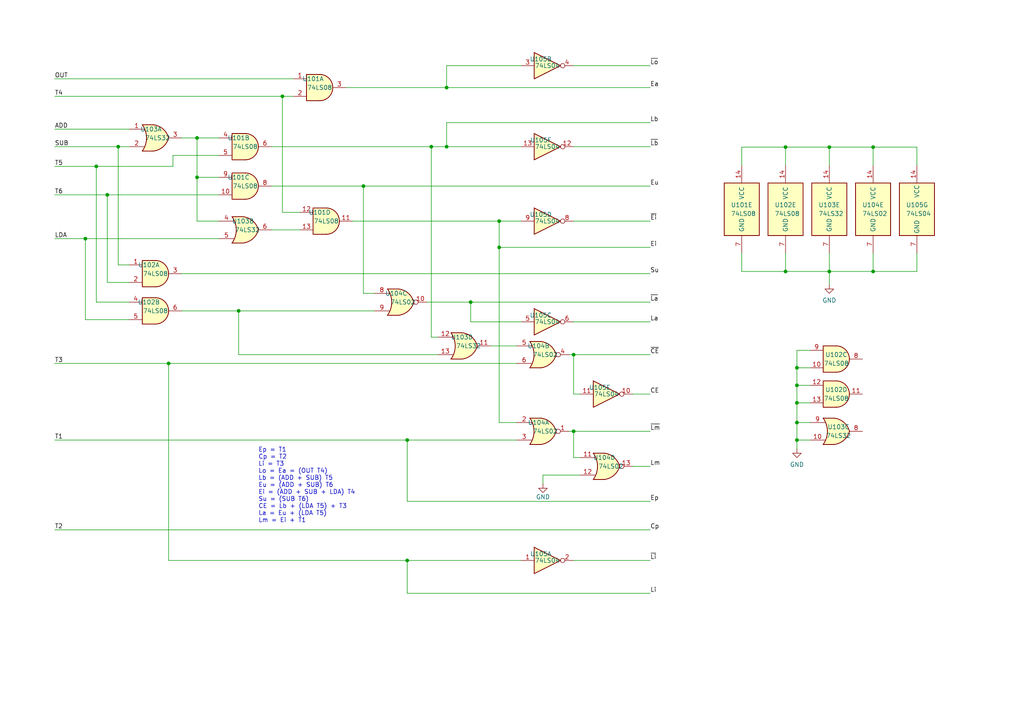
<source format=kicad_sch>
(kicad_sch (version 20211123) (generator eeschema)

  (uuid ca8ae006-0967-471a-8f81-f88277cb9c78)

  (paper "A4")

  (lib_symbols
    (symbol "74xx:74LS02" (pin_names (offset 1.016)) (in_bom yes) (on_board yes)
      (property "Reference" "U" (id 0) (at 0 1.27 0)
        (effects (font (size 1.27 1.27)))
      )
      (property "Value" "74LS02" (id 1) (at 0 -1.27 0)
        (effects (font (size 1.27 1.27)))
      )
      (property "Footprint" "" (id 2) (at 0 0 0)
        (effects (font (size 1.27 1.27)) hide)
      )
      (property "Datasheet" "http://www.ti.com/lit/gpn/sn74ls02" (id 3) (at 0 0 0)
        (effects (font (size 1.27 1.27)) hide)
      )
      (property "ki_locked" "" (id 4) (at 0 0 0)
        (effects (font (size 1.27 1.27)))
      )
      (property "ki_keywords" "TTL Nor2" (id 5) (at 0 0 0)
        (effects (font (size 1.27 1.27)) hide)
      )
      (property "ki_description" "quad 2-input NOR gate" (id 6) (at 0 0 0)
        (effects (font (size 1.27 1.27)) hide)
      )
      (property "ki_fp_filters" "SO14* DIP*W7.62mm*" (id 7) (at 0 0 0)
        (effects (font (size 1.27 1.27)) hide)
      )
      (symbol "74LS02_1_1"
        (arc (start -3.81 -3.81) (mid -2.589 0) (end -3.81 3.81)
          (stroke (width 0.254) (type default) (color 0 0 0 0))
          (fill (type none))
        )
        (arc (start -0.6096 -3.81) (mid 2.1842 -2.5851) (end 3.81 0)
          (stroke (width 0.254) (type default) (color 0 0 0 0))
          (fill (type background))
        )
        (polyline
          (pts
            (xy -3.81 -3.81)
            (xy -0.635 -3.81)
          )
          (stroke (width 0.254) (type default) (color 0 0 0 0))
          (fill (type background))
        )
        (polyline
          (pts
            (xy -3.81 3.81)
            (xy -0.635 3.81)
          )
          (stroke (width 0.254) (type default) (color 0 0 0 0))
          (fill (type background))
        )
        (polyline
          (pts
            (xy -0.635 3.81)
            (xy -3.81 3.81)
            (xy -3.81 3.81)
            (xy -3.556 3.4036)
            (xy -3.0226 2.2606)
            (xy -2.6924 1.0414)
            (xy -2.6162 -0.254)
            (xy -2.7686 -1.4986)
            (xy -3.175 -2.7178)
            (xy -3.81 -3.81)
            (xy -3.81 -3.81)
            (xy -0.635 -3.81)
          )
          (stroke (width -25.4) (type default) (color 0 0 0 0))
          (fill (type background))
        )
        (arc (start 3.81 0) (mid 2.1915 2.5936) (end -0.6096 3.81)
          (stroke (width 0.254) (type default) (color 0 0 0 0))
          (fill (type background))
        )
        (pin output inverted (at 7.62 0 180) (length 3.81)
          (name "~" (effects (font (size 1.27 1.27))))
          (number "1" (effects (font (size 1.27 1.27))))
        )
        (pin input line (at -7.62 2.54 0) (length 4.318)
          (name "~" (effects (font (size 1.27 1.27))))
          (number "2" (effects (font (size 1.27 1.27))))
        )
        (pin input line (at -7.62 -2.54 0) (length 4.318)
          (name "~" (effects (font (size 1.27 1.27))))
          (number "3" (effects (font (size 1.27 1.27))))
        )
      )
      (symbol "74LS02_1_2"
        (arc (start 0 -3.81) (mid 3.81 0) (end 0 3.81)
          (stroke (width 0.254) (type default) (color 0 0 0 0))
          (fill (type background))
        )
        (polyline
          (pts
            (xy 0 3.81)
            (xy -3.81 3.81)
            (xy -3.81 -3.81)
            (xy 0 -3.81)
          )
          (stroke (width 0.254) (type default) (color 0 0 0 0))
          (fill (type background))
        )
        (pin output line (at 7.62 0 180) (length 3.81)
          (name "~" (effects (font (size 1.27 1.27))))
          (number "1" (effects (font (size 1.27 1.27))))
        )
        (pin input inverted (at -7.62 2.54 0) (length 3.81)
          (name "~" (effects (font (size 1.27 1.27))))
          (number "2" (effects (font (size 1.27 1.27))))
        )
        (pin input inverted (at -7.62 -2.54 0) (length 3.81)
          (name "~" (effects (font (size 1.27 1.27))))
          (number "3" (effects (font (size 1.27 1.27))))
        )
      )
      (symbol "74LS02_2_1"
        (arc (start -3.81 -3.81) (mid -2.589 0) (end -3.81 3.81)
          (stroke (width 0.254) (type default) (color 0 0 0 0))
          (fill (type none))
        )
        (arc (start -0.6096 -3.81) (mid 2.1842 -2.5851) (end 3.81 0)
          (stroke (width 0.254) (type default) (color 0 0 0 0))
          (fill (type background))
        )
        (polyline
          (pts
            (xy -3.81 -3.81)
            (xy -0.635 -3.81)
          )
          (stroke (width 0.254) (type default) (color 0 0 0 0))
          (fill (type background))
        )
        (polyline
          (pts
            (xy -3.81 3.81)
            (xy -0.635 3.81)
          )
          (stroke (width 0.254) (type default) (color 0 0 0 0))
          (fill (type background))
        )
        (polyline
          (pts
            (xy -0.635 3.81)
            (xy -3.81 3.81)
            (xy -3.81 3.81)
            (xy -3.556 3.4036)
            (xy -3.0226 2.2606)
            (xy -2.6924 1.0414)
            (xy -2.6162 -0.254)
            (xy -2.7686 -1.4986)
            (xy -3.175 -2.7178)
            (xy -3.81 -3.81)
            (xy -3.81 -3.81)
            (xy -0.635 -3.81)
          )
          (stroke (width -25.4) (type default) (color 0 0 0 0))
          (fill (type background))
        )
        (arc (start 3.81 0) (mid 2.1915 2.5936) (end -0.6096 3.81)
          (stroke (width 0.254) (type default) (color 0 0 0 0))
          (fill (type background))
        )
        (pin output inverted (at 7.62 0 180) (length 3.81)
          (name "~" (effects (font (size 1.27 1.27))))
          (number "4" (effects (font (size 1.27 1.27))))
        )
        (pin input line (at -7.62 2.54 0) (length 4.318)
          (name "~" (effects (font (size 1.27 1.27))))
          (number "5" (effects (font (size 1.27 1.27))))
        )
        (pin input line (at -7.62 -2.54 0) (length 4.318)
          (name "~" (effects (font (size 1.27 1.27))))
          (number "6" (effects (font (size 1.27 1.27))))
        )
      )
      (symbol "74LS02_2_2"
        (arc (start 0 -3.81) (mid 3.81 0) (end 0 3.81)
          (stroke (width 0.254) (type default) (color 0 0 0 0))
          (fill (type background))
        )
        (polyline
          (pts
            (xy 0 3.81)
            (xy -3.81 3.81)
            (xy -3.81 -3.81)
            (xy 0 -3.81)
          )
          (stroke (width 0.254) (type default) (color 0 0 0 0))
          (fill (type background))
        )
        (pin output line (at 7.62 0 180) (length 3.81)
          (name "~" (effects (font (size 1.27 1.27))))
          (number "4" (effects (font (size 1.27 1.27))))
        )
        (pin input inverted (at -7.62 2.54 0) (length 3.81)
          (name "~" (effects (font (size 1.27 1.27))))
          (number "5" (effects (font (size 1.27 1.27))))
        )
        (pin input inverted (at -7.62 -2.54 0) (length 3.81)
          (name "~" (effects (font (size 1.27 1.27))))
          (number "6" (effects (font (size 1.27 1.27))))
        )
      )
      (symbol "74LS02_3_1"
        (arc (start -3.81 -3.81) (mid -2.589 0) (end -3.81 3.81)
          (stroke (width 0.254) (type default) (color 0 0 0 0))
          (fill (type none))
        )
        (arc (start -0.6096 -3.81) (mid 2.1842 -2.5851) (end 3.81 0)
          (stroke (width 0.254) (type default) (color 0 0 0 0))
          (fill (type background))
        )
        (polyline
          (pts
            (xy -3.81 -3.81)
            (xy -0.635 -3.81)
          )
          (stroke (width 0.254) (type default) (color 0 0 0 0))
          (fill (type background))
        )
        (polyline
          (pts
            (xy -3.81 3.81)
            (xy -0.635 3.81)
          )
          (stroke (width 0.254) (type default) (color 0 0 0 0))
          (fill (type background))
        )
        (polyline
          (pts
            (xy -0.635 3.81)
            (xy -3.81 3.81)
            (xy -3.81 3.81)
            (xy -3.556 3.4036)
            (xy -3.0226 2.2606)
            (xy -2.6924 1.0414)
            (xy -2.6162 -0.254)
            (xy -2.7686 -1.4986)
            (xy -3.175 -2.7178)
            (xy -3.81 -3.81)
            (xy -3.81 -3.81)
            (xy -0.635 -3.81)
          )
          (stroke (width -25.4) (type default) (color 0 0 0 0))
          (fill (type background))
        )
        (arc (start 3.81 0) (mid 2.1915 2.5936) (end -0.6096 3.81)
          (stroke (width 0.254) (type default) (color 0 0 0 0))
          (fill (type background))
        )
        (pin output inverted (at 7.62 0 180) (length 3.81)
          (name "~" (effects (font (size 1.27 1.27))))
          (number "10" (effects (font (size 1.27 1.27))))
        )
        (pin input line (at -7.62 2.54 0) (length 4.318)
          (name "~" (effects (font (size 1.27 1.27))))
          (number "8" (effects (font (size 1.27 1.27))))
        )
        (pin input line (at -7.62 -2.54 0) (length 4.318)
          (name "~" (effects (font (size 1.27 1.27))))
          (number "9" (effects (font (size 1.27 1.27))))
        )
      )
      (symbol "74LS02_3_2"
        (arc (start 0 -3.81) (mid 3.81 0) (end 0 3.81)
          (stroke (width 0.254) (type default) (color 0 0 0 0))
          (fill (type background))
        )
        (polyline
          (pts
            (xy 0 3.81)
            (xy -3.81 3.81)
            (xy -3.81 -3.81)
            (xy 0 -3.81)
          )
          (stroke (width 0.254) (type default) (color 0 0 0 0))
          (fill (type background))
        )
        (pin output line (at 7.62 0 180) (length 3.81)
          (name "~" (effects (font (size 1.27 1.27))))
          (number "10" (effects (font (size 1.27 1.27))))
        )
        (pin input inverted (at -7.62 2.54 0) (length 3.81)
          (name "~" (effects (font (size 1.27 1.27))))
          (number "8" (effects (font (size 1.27 1.27))))
        )
        (pin input inverted (at -7.62 -2.54 0) (length 3.81)
          (name "~" (effects (font (size 1.27 1.27))))
          (number "9" (effects (font (size 1.27 1.27))))
        )
      )
      (symbol "74LS02_4_1"
        (arc (start -3.81 -3.81) (mid -2.589 0) (end -3.81 3.81)
          (stroke (width 0.254) (type default) (color 0 0 0 0))
          (fill (type none))
        )
        (arc (start -0.6096 -3.81) (mid 2.1842 -2.5851) (end 3.81 0)
          (stroke (width 0.254) (type default) (color 0 0 0 0))
          (fill (type background))
        )
        (polyline
          (pts
            (xy -3.81 -3.81)
            (xy -0.635 -3.81)
          )
          (stroke (width 0.254) (type default) (color 0 0 0 0))
          (fill (type background))
        )
        (polyline
          (pts
            (xy -3.81 3.81)
            (xy -0.635 3.81)
          )
          (stroke (width 0.254) (type default) (color 0 0 0 0))
          (fill (type background))
        )
        (polyline
          (pts
            (xy -0.635 3.81)
            (xy -3.81 3.81)
            (xy -3.81 3.81)
            (xy -3.556 3.4036)
            (xy -3.0226 2.2606)
            (xy -2.6924 1.0414)
            (xy -2.6162 -0.254)
            (xy -2.7686 -1.4986)
            (xy -3.175 -2.7178)
            (xy -3.81 -3.81)
            (xy -3.81 -3.81)
            (xy -0.635 -3.81)
          )
          (stroke (width -25.4) (type default) (color 0 0 0 0))
          (fill (type background))
        )
        (arc (start 3.81 0) (mid 2.1915 2.5936) (end -0.6096 3.81)
          (stroke (width 0.254) (type default) (color 0 0 0 0))
          (fill (type background))
        )
        (pin input line (at -7.62 2.54 0) (length 4.318)
          (name "~" (effects (font (size 1.27 1.27))))
          (number "11" (effects (font (size 1.27 1.27))))
        )
        (pin input line (at -7.62 -2.54 0) (length 4.318)
          (name "~" (effects (font (size 1.27 1.27))))
          (number "12" (effects (font (size 1.27 1.27))))
        )
        (pin output inverted (at 7.62 0 180) (length 3.81)
          (name "~" (effects (font (size 1.27 1.27))))
          (number "13" (effects (font (size 1.27 1.27))))
        )
      )
      (symbol "74LS02_4_2"
        (arc (start 0 -3.81) (mid 3.81 0) (end 0 3.81)
          (stroke (width 0.254) (type default) (color 0 0 0 0))
          (fill (type background))
        )
        (polyline
          (pts
            (xy 0 3.81)
            (xy -3.81 3.81)
            (xy -3.81 -3.81)
            (xy 0 -3.81)
          )
          (stroke (width 0.254) (type default) (color 0 0 0 0))
          (fill (type background))
        )
        (pin input inverted (at -7.62 2.54 0) (length 3.81)
          (name "~" (effects (font (size 1.27 1.27))))
          (number "11" (effects (font (size 1.27 1.27))))
        )
        (pin input inverted (at -7.62 -2.54 0) (length 3.81)
          (name "~" (effects (font (size 1.27 1.27))))
          (number "12" (effects (font (size 1.27 1.27))))
        )
        (pin output line (at 7.62 0 180) (length 3.81)
          (name "~" (effects (font (size 1.27 1.27))))
          (number "13" (effects (font (size 1.27 1.27))))
        )
      )
      (symbol "74LS02_5_0"
        (pin power_in line (at 0 12.7 270) (length 5.08)
          (name "VCC" (effects (font (size 1.27 1.27))))
          (number "14" (effects (font (size 1.27 1.27))))
        )
        (pin power_in line (at 0 -12.7 90) (length 5.08)
          (name "GND" (effects (font (size 1.27 1.27))))
          (number "7" (effects (font (size 1.27 1.27))))
        )
      )
      (symbol "74LS02_5_1"
        (rectangle (start -5.08 7.62) (end 5.08 -7.62)
          (stroke (width 0.254) (type default) (color 0 0 0 0))
          (fill (type background))
        )
      )
    )
    (symbol "74xx:74LS04" (in_bom yes) (on_board yes)
      (property "Reference" "U" (id 0) (at 0 1.27 0)
        (effects (font (size 1.27 1.27)))
      )
      (property "Value" "74LS04" (id 1) (at 0 -1.27 0)
        (effects (font (size 1.27 1.27)))
      )
      (property "Footprint" "" (id 2) (at 0 0 0)
        (effects (font (size 1.27 1.27)) hide)
      )
      (property "Datasheet" "http://www.ti.com/lit/gpn/sn74LS04" (id 3) (at 0 0 0)
        (effects (font (size 1.27 1.27)) hide)
      )
      (property "ki_locked" "" (id 4) (at 0 0 0)
        (effects (font (size 1.27 1.27)))
      )
      (property "ki_keywords" "TTL not inv" (id 5) (at 0 0 0)
        (effects (font (size 1.27 1.27)) hide)
      )
      (property "ki_description" "Hex Inverter" (id 6) (at 0 0 0)
        (effects (font (size 1.27 1.27)) hide)
      )
      (property "ki_fp_filters" "DIP*W7.62mm* SSOP?14* TSSOP?14*" (id 7) (at 0 0 0)
        (effects (font (size 1.27 1.27)) hide)
      )
      (symbol "74LS04_1_0"
        (polyline
          (pts
            (xy -3.81 3.81)
            (xy -3.81 -3.81)
            (xy 3.81 0)
            (xy -3.81 3.81)
          )
          (stroke (width 0.254) (type default) (color 0 0 0 0))
          (fill (type background))
        )
        (pin input line (at -7.62 0 0) (length 3.81)
          (name "~" (effects (font (size 1.27 1.27))))
          (number "1" (effects (font (size 1.27 1.27))))
        )
        (pin output inverted (at 7.62 0 180) (length 3.81)
          (name "~" (effects (font (size 1.27 1.27))))
          (number "2" (effects (font (size 1.27 1.27))))
        )
      )
      (symbol "74LS04_2_0"
        (polyline
          (pts
            (xy -3.81 3.81)
            (xy -3.81 -3.81)
            (xy 3.81 0)
            (xy -3.81 3.81)
          )
          (stroke (width 0.254) (type default) (color 0 0 0 0))
          (fill (type background))
        )
        (pin input line (at -7.62 0 0) (length 3.81)
          (name "~" (effects (font (size 1.27 1.27))))
          (number "3" (effects (font (size 1.27 1.27))))
        )
        (pin output inverted (at 7.62 0 180) (length 3.81)
          (name "~" (effects (font (size 1.27 1.27))))
          (number "4" (effects (font (size 1.27 1.27))))
        )
      )
      (symbol "74LS04_3_0"
        (polyline
          (pts
            (xy -3.81 3.81)
            (xy -3.81 -3.81)
            (xy 3.81 0)
            (xy -3.81 3.81)
          )
          (stroke (width 0.254) (type default) (color 0 0 0 0))
          (fill (type background))
        )
        (pin input line (at -7.62 0 0) (length 3.81)
          (name "~" (effects (font (size 1.27 1.27))))
          (number "5" (effects (font (size 1.27 1.27))))
        )
        (pin output inverted (at 7.62 0 180) (length 3.81)
          (name "~" (effects (font (size 1.27 1.27))))
          (number "6" (effects (font (size 1.27 1.27))))
        )
      )
      (symbol "74LS04_4_0"
        (polyline
          (pts
            (xy -3.81 3.81)
            (xy -3.81 -3.81)
            (xy 3.81 0)
            (xy -3.81 3.81)
          )
          (stroke (width 0.254) (type default) (color 0 0 0 0))
          (fill (type background))
        )
        (pin output inverted (at 7.62 0 180) (length 3.81)
          (name "~" (effects (font (size 1.27 1.27))))
          (number "8" (effects (font (size 1.27 1.27))))
        )
        (pin input line (at -7.62 0 0) (length 3.81)
          (name "~" (effects (font (size 1.27 1.27))))
          (number "9" (effects (font (size 1.27 1.27))))
        )
      )
      (symbol "74LS04_5_0"
        (polyline
          (pts
            (xy -3.81 3.81)
            (xy -3.81 -3.81)
            (xy 3.81 0)
            (xy -3.81 3.81)
          )
          (stroke (width 0.254) (type default) (color 0 0 0 0))
          (fill (type background))
        )
        (pin output inverted (at 7.62 0 180) (length 3.81)
          (name "~" (effects (font (size 1.27 1.27))))
          (number "10" (effects (font (size 1.27 1.27))))
        )
        (pin input line (at -7.62 0 0) (length 3.81)
          (name "~" (effects (font (size 1.27 1.27))))
          (number "11" (effects (font (size 1.27 1.27))))
        )
      )
      (symbol "74LS04_6_0"
        (polyline
          (pts
            (xy -3.81 3.81)
            (xy -3.81 -3.81)
            (xy 3.81 0)
            (xy -3.81 3.81)
          )
          (stroke (width 0.254) (type default) (color 0 0 0 0))
          (fill (type background))
        )
        (pin output inverted (at 7.62 0 180) (length 3.81)
          (name "~" (effects (font (size 1.27 1.27))))
          (number "12" (effects (font (size 1.27 1.27))))
        )
        (pin input line (at -7.62 0 0) (length 3.81)
          (name "~" (effects (font (size 1.27 1.27))))
          (number "13" (effects (font (size 1.27 1.27))))
        )
      )
      (symbol "74LS04_7_0"
        (pin power_in line (at 0 12.7 270) (length 5.08)
          (name "VCC" (effects (font (size 1.27 1.27))))
          (number "14" (effects (font (size 1.27 1.27))))
        )
        (pin power_in line (at 0 -12.7 90) (length 5.08)
          (name "GND" (effects (font (size 1.27 1.27))))
          (number "7" (effects (font (size 1.27 1.27))))
        )
      )
      (symbol "74LS04_7_1"
        (rectangle (start -5.08 7.62) (end 5.08 -7.62)
          (stroke (width 0.254) (type default) (color 0 0 0 0))
          (fill (type background))
        )
      )
    )
    (symbol "74xx:74LS08" (pin_names (offset 1.016)) (in_bom yes) (on_board yes)
      (property "Reference" "U" (id 0) (at 0 1.27 0)
        (effects (font (size 1.27 1.27)))
      )
      (property "Value" "74LS08" (id 1) (at 0 -1.27 0)
        (effects (font (size 1.27 1.27)))
      )
      (property "Footprint" "" (id 2) (at 0 0 0)
        (effects (font (size 1.27 1.27)) hide)
      )
      (property "Datasheet" "http://www.ti.com/lit/gpn/sn74LS08" (id 3) (at 0 0 0)
        (effects (font (size 1.27 1.27)) hide)
      )
      (property "ki_locked" "" (id 4) (at 0 0 0)
        (effects (font (size 1.27 1.27)))
      )
      (property "ki_keywords" "TTL and2" (id 5) (at 0 0 0)
        (effects (font (size 1.27 1.27)) hide)
      )
      (property "ki_description" "Quad And2" (id 6) (at 0 0 0)
        (effects (font (size 1.27 1.27)) hide)
      )
      (property "ki_fp_filters" "DIP*W7.62mm*" (id 7) (at 0 0 0)
        (effects (font (size 1.27 1.27)) hide)
      )
      (symbol "74LS08_1_1"
        (arc (start 0 -3.81) (mid 3.81 0) (end 0 3.81)
          (stroke (width 0.254) (type default) (color 0 0 0 0))
          (fill (type background))
        )
        (polyline
          (pts
            (xy 0 3.81)
            (xy -3.81 3.81)
            (xy -3.81 -3.81)
            (xy 0 -3.81)
          )
          (stroke (width 0.254) (type default) (color 0 0 0 0))
          (fill (type background))
        )
        (pin input line (at -7.62 2.54 0) (length 3.81)
          (name "~" (effects (font (size 1.27 1.27))))
          (number "1" (effects (font (size 1.27 1.27))))
        )
        (pin input line (at -7.62 -2.54 0) (length 3.81)
          (name "~" (effects (font (size 1.27 1.27))))
          (number "2" (effects (font (size 1.27 1.27))))
        )
        (pin output line (at 7.62 0 180) (length 3.81)
          (name "~" (effects (font (size 1.27 1.27))))
          (number "3" (effects (font (size 1.27 1.27))))
        )
      )
      (symbol "74LS08_1_2"
        (arc (start -3.81 -3.81) (mid -2.589 0) (end -3.81 3.81)
          (stroke (width 0.254) (type default) (color 0 0 0 0))
          (fill (type none))
        )
        (arc (start -0.6096 -3.81) (mid 2.1842 -2.5851) (end 3.81 0)
          (stroke (width 0.254) (type default) (color 0 0 0 0))
          (fill (type background))
        )
        (polyline
          (pts
            (xy -3.81 -3.81)
            (xy -0.635 -3.81)
          )
          (stroke (width 0.254) (type default) (color 0 0 0 0))
          (fill (type background))
        )
        (polyline
          (pts
            (xy -3.81 3.81)
            (xy -0.635 3.81)
          )
          (stroke (width 0.254) (type default) (color 0 0 0 0))
          (fill (type background))
        )
        (polyline
          (pts
            (xy -0.635 3.81)
            (xy -3.81 3.81)
            (xy -3.81 3.81)
            (xy -3.556 3.4036)
            (xy -3.0226 2.2606)
            (xy -2.6924 1.0414)
            (xy -2.6162 -0.254)
            (xy -2.7686 -1.4986)
            (xy -3.175 -2.7178)
            (xy -3.81 -3.81)
            (xy -3.81 -3.81)
            (xy -0.635 -3.81)
          )
          (stroke (width -25.4) (type default) (color 0 0 0 0))
          (fill (type background))
        )
        (arc (start 3.81 0) (mid 2.1915 2.5936) (end -0.6096 3.81)
          (stroke (width 0.254) (type default) (color 0 0 0 0))
          (fill (type background))
        )
        (pin input inverted (at -7.62 2.54 0) (length 4.318)
          (name "~" (effects (font (size 1.27 1.27))))
          (number "1" (effects (font (size 1.27 1.27))))
        )
        (pin input inverted (at -7.62 -2.54 0) (length 4.318)
          (name "~" (effects (font (size 1.27 1.27))))
          (number "2" (effects (font (size 1.27 1.27))))
        )
        (pin output inverted (at 7.62 0 180) (length 3.81)
          (name "~" (effects (font (size 1.27 1.27))))
          (number "3" (effects (font (size 1.27 1.27))))
        )
      )
      (symbol "74LS08_2_1"
        (arc (start 0 -3.81) (mid 3.81 0) (end 0 3.81)
          (stroke (width 0.254) (type default) (color 0 0 0 0))
          (fill (type background))
        )
        (polyline
          (pts
            (xy 0 3.81)
            (xy -3.81 3.81)
            (xy -3.81 -3.81)
            (xy 0 -3.81)
          )
          (stroke (width 0.254) (type default) (color 0 0 0 0))
          (fill (type background))
        )
        (pin input line (at -7.62 2.54 0) (length 3.81)
          (name "~" (effects (font (size 1.27 1.27))))
          (number "4" (effects (font (size 1.27 1.27))))
        )
        (pin input line (at -7.62 -2.54 0) (length 3.81)
          (name "~" (effects (font (size 1.27 1.27))))
          (number "5" (effects (font (size 1.27 1.27))))
        )
        (pin output line (at 7.62 0 180) (length 3.81)
          (name "~" (effects (font (size 1.27 1.27))))
          (number "6" (effects (font (size 1.27 1.27))))
        )
      )
      (symbol "74LS08_2_2"
        (arc (start -3.81 -3.81) (mid -2.589 0) (end -3.81 3.81)
          (stroke (width 0.254) (type default) (color 0 0 0 0))
          (fill (type none))
        )
        (arc (start -0.6096 -3.81) (mid 2.1842 -2.5851) (end 3.81 0)
          (stroke (width 0.254) (type default) (color 0 0 0 0))
          (fill (type background))
        )
        (polyline
          (pts
            (xy -3.81 -3.81)
            (xy -0.635 -3.81)
          )
          (stroke (width 0.254) (type default) (color 0 0 0 0))
          (fill (type background))
        )
        (polyline
          (pts
            (xy -3.81 3.81)
            (xy -0.635 3.81)
          )
          (stroke (width 0.254) (type default) (color 0 0 0 0))
          (fill (type background))
        )
        (polyline
          (pts
            (xy -0.635 3.81)
            (xy -3.81 3.81)
            (xy -3.81 3.81)
            (xy -3.556 3.4036)
            (xy -3.0226 2.2606)
            (xy -2.6924 1.0414)
            (xy -2.6162 -0.254)
            (xy -2.7686 -1.4986)
            (xy -3.175 -2.7178)
            (xy -3.81 -3.81)
            (xy -3.81 -3.81)
            (xy -0.635 -3.81)
          )
          (stroke (width -25.4) (type default) (color 0 0 0 0))
          (fill (type background))
        )
        (arc (start 3.81 0) (mid 2.1915 2.5936) (end -0.6096 3.81)
          (stroke (width 0.254) (type default) (color 0 0 0 0))
          (fill (type background))
        )
        (pin input inverted (at -7.62 2.54 0) (length 4.318)
          (name "~" (effects (font (size 1.27 1.27))))
          (number "4" (effects (font (size 1.27 1.27))))
        )
        (pin input inverted (at -7.62 -2.54 0) (length 4.318)
          (name "~" (effects (font (size 1.27 1.27))))
          (number "5" (effects (font (size 1.27 1.27))))
        )
        (pin output inverted (at 7.62 0 180) (length 3.81)
          (name "~" (effects (font (size 1.27 1.27))))
          (number "6" (effects (font (size 1.27 1.27))))
        )
      )
      (symbol "74LS08_3_1"
        (arc (start 0 -3.81) (mid 3.81 0) (end 0 3.81)
          (stroke (width 0.254) (type default) (color 0 0 0 0))
          (fill (type background))
        )
        (polyline
          (pts
            (xy 0 3.81)
            (xy -3.81 3.81)
            (xy -3.81 -3.81)
            (xy 0 -3.81)
          )
          (stroke (width 0.254) (type default) (color 0 0 0 0))
          (fill (type background))
        )
        (pin input line (at -7.62 -2.54 0) (length 3.81)
          (name "~" (effects (font (size 1.27 1.27))))
          (number "10" (effects (font (size 1.27 1.27))))
        )
        (pin output line (at 7.62 0 180) (length 3.81)
          (name "~" (effects (font (size 1.27 1.27))))
          (number "8" (effects (font (size 1.27 1.27))))
        )
        (pin input line (at -7.62 2.54 0) (length 3.81)
          (name "~" (effects (font (size 1.27 1.27))))
          (number "9" (effects (font (size 1.27 1.27))))
        )
      )
      (symbol "74LS08_3_2"
        (arc (start -3.81 -3.81) (mid -2.589 0) (end -3.81 3.81)
          (stroke (width 0.254) (type default) (color 0 0 0 0))
          (fill (type none))
        )
        (arc (start -0.6096 -3.81) (mid 2.1842 -2.5851) (end 3.81 0)
          (stroke (width 0.254) (type default) (color 0 0 0 0))
          (fill (type background))
        )
        (polyline
          (pts
            (xy -3.81 -3.81)
            (xy -0.635 -3.81)
          )
          (stroke (width 0.254) (type default) (color 0 0 0 0))
          (fill (type background))
        )
        (polyline
          (pts
            (xy -3.81 3.81)
            (xy -0.635 3.81)
          )
          (stroke (width 0.254) (type default) (color 0 0 0 0))
          (fill (type background))
        )
        (polyline
          (pts
            (xy -0.635 3.81)
            (xy -3.81 3.81)
            (xy -3.81 3.81)
            (xy -3.556 3.4036)
            (xy -3.0226 2.2606)
            (xy -2.6924 1.0414)
            (xy -2.6162 -0.254)
            (xy -2.7686 -1.4986)
            (xy -3.175 -2.7178)
            (xy -3.81 -3.81)
            (xy -3.81 -3.81)
            (xy -0.635 -3.81)
          )
          (stroke (width -25.4) (type default) (color 0 0 0 0))
          (fill (type background))
        )
        (arc (start 3.81 0) (mid 2.1915 2.5936) (end -0.6096 3.81)
          (stroke (width 0.254) (type default) (color 0 0 0 0))
          (fill (type background))
        )
        (pin input inverted (at -7.62 -2.54 0) (length 4.318)
          (name "~" (effects (font (size 1.27 1.27))))
          (number "10" (effects (font (size 1.27 1.27))))
        )
        (pin output inverted (at 7.62 0 180) (length 3.81)
          (name "~" (effects (font (size 1.27 1.27))))
          (number "8" (effects (font (size 1.27 1.27))))
        )
        (pin input inverted (at -7.62 2.54 0) (length 4.318)
          (name "~" (effects (font (size 1.27 1.27))))
          (number "9" (effects (font (size 1.27 1.27))))
        )
      )
      (symbol "74LS08_4_1"
        (arc (start 0 -3.81) (mid 3.81 0) (end 0 3.81)
          (stroke (width 0.254) (type default) (color 0 0 0 0))
          (fill (type background))
        )
        (polyline
          (pts
            (xy 0 3.81)
            (xy -3.81 3.81)
            (xy -3.81 -3.81)
            (xy 0 -3.81)
          )
          (stroke (width 0.254) (type default) (color 0 0 0 0))
          (fill (type background))
        )
        (pin output line (at 7.62 0 180) (length 3.81)
          (name "~" (effects (font (size 1.27 1.27))))
          (number "11" (effects (font (size 1.27 1.27))))
        )
        (pin input line (at -7.62 2.54 0) (length 3.81)
          (name "~" (effects (font (size 1.27 1.27))))
          (number "12" (effects (font (size 1.27 1.27))))
        )
        (pin input line (at -7.62 -2.54 0) (length 3.81)
          (name "~" (effects (font (size 1.27 1.27))))
          (number "13" (effects (font (size 1.27 1.27))))
        )
      )
      (symbol "74LS08_4_2"
        (arc (start -3.81 -3.81) (mid -2.589 0) (end -3.81 3.81)
          (stroke (width 0.254) (type default) (color 0 0 0 0))
          (fill (type none))
        )
        (arc (start -0.6096 -3.81) (mid 2.1842 -2.5851) (end 3.81 0)
          (stroke (width 0.254) (type default) (color 0 0 0 0))
          (fill (type background))
        )
        (polyline
          (pts
            (xy -3.81 -3.81)
            (xy -0.635 -3.81)
          )
          (stroke (width 0.254) (type default) (color 0 0 0 0))
          (fill (type background))
        )
        (polyline
          (pts
            (xy -3.81 3.81)
            (xy -0.635 3.81)
          )
          (stroke (width 0.254) (type default) (color 0 0 0 0))
          (fill (type background))
        )
        (polyline
          (pts
            (xy -0.635 3.81)
            (xy -3.81 3.81)
            (xy -3.81 3.81)
            (xy -3.556 3.4036)
            (xy -3.0226 2.2606)
            (xy -2.6924 1.0414)
            (xy -2.6162 -0.254)
            (xy -2.7686 -1.4986)
            (xy -3.175 -2.7178)
            (xy -3.81 -3.81)
            (xy -3.81 -3.81)
            (xy -0.635 -3.81)
          )
          (stroke (width -25.4) (type default) (color 0 0 0 0))
          (fill (type background))
        )
        (arc (start 3.81 0) (mid 2.1915 2.5936) (end -0.6096 3.81)
          (stroke (width 0.254) (type default) (color 0 0 0 0))
          (fill (type background))
        )
        (pin output inverted (at 7.62 0 180) (length 3.81)
          (name "~" (effects (font (size 1.27 1.27))))
          (number "11" (effects (font (size 1.27 1.27))))
        )
        (pin input inverted (at -7.62 2.54 0) (length 4.318)
          (name "~" (effects (font (size 1.27 1.27))))
          (number "12" (effects (font (size 1.27 1.27))))
        )
        (pin input inverted (at -7.62 -2.54 0) (length 4.318)
          (name "~" (effects (font (size 1.27 1.27))))
          (number "13" (effects (font (size 1.27 1.27))))
        )
      )
      (symbol "74LS08_5_0"
        (pin power_in line (at 0 12.7 270) (length 5.08)
          (name "VCC" (effects (font (size 1.27 1.27))))
          (number "14" (effects (font (size 1.27 1.27))))
        )
        (pin power_in line (at 0 -12.7 90) (length 5.08)
          (name "GND" (effects (font (size 1.27 1.27))))
          (number "7" (effects (font (size 1.27 1.27))))
        )
      )
      (symbol "74LS08_5_1"
        (rectangle (start -5.08 7.62) (end 5.08 -7.62)
          (stroke (width 0.254) (type default) (color 0 0 0 0))
          (fill (type background))
        )
      )
    )
    (symbol "74xx:74LS32" (pin_names (offset 1.016)) (in_bom yes) (on_board yes)
      (property "Reference" "U" (id 0) (at 0 1.27 0)
        (effects (font (size 1.27 1.27)))
      )
      (property "Value" "74LS32" (id 1) (at 0 -1.27 0)
        (effects (font (size 1.27 1.27)))
      )
      (property "Footprint" "" (id 2) (at 0 0 0)
        (effects (font (size 1.27 1.27)) hide)
      )
      (property "Datasheet" "http://www.ti.com/lit/gpn/sn74LS32" (id 3) (at 0 0 0)
        (effects (font (size 1.27 1.27)) hide)
      )
      (property "ki_locked" "" (id 4) (at 0 0 0)
        (effects (font (size 1.27 1.27)))
      )
      (property "ki_keywords" "TTL Or2" (id 5) (at 0 0 0)
        (effects (font (size 1.27 1.27)) hide)
      )
      (property "ki_description" "Quad 2-input OR" (id 6) (at 0 0 0)
        (effects (font (size 1.27 1.27)) hide)
      )
      (property "ki_fp_filters" "DIP?14*" (id 7) (at 0 0 0)
        (effects (font (size 1.27 1.27)) hide)
      )
      (symbol "74LS32_1_1"
        (arc (start -3.81 -3.81) (mid -2.589 0) (end -3.81 3.81)
          (stroke (width 0.254) (type default) (color 0 0 0 0))
          (fill (type none))
        )
        (arc (start -0.6096 -3.81) (mid 2.1842 -2.5851) (end 3.81 0)
          (stroke (width 0.254) (type default) (color 0 0 0 0))
          (fill (type background))
        )
        (polyline
          (pts
            (xy -3.81 -3.81)
            (xy -0.635 -3.81)
          )
          (stroke (width 0.254) (type default) (color 0 0 0 0))
          (fill (type background))
        )
        (polyline
          (pts
            (xy -3.81 3.81)
            (xy -0.635 3.81)
          )
          (stroke (width 0.254) (type default) (color 0 0 0 0))
          (fill (type background))
        )
        (polyline
          (pts
            (xy -0.635 3.81)
            (xy -3.81 3.81)
            (xy -3.81 3.81)
            (xy -3.556 3.4036)
            (xy -3.0226 2.2606)
            (xy -2.6924 1.0414)
            (xy -2.6162 -0.254)
            (xy -2.7686 -1.4986)
            (xy -3.175 -2.7178)
            (xy -3.81 -3.81)
            (xy -3.81 -3.81)
            (xy -0.635 -3.81)
          )
          (stroke (width -25.4) (type default) (color 0 0 0 0))
          (fill (type background))
        )
        (arc (start 3.81 0) (mid 2.1915 2.5936) (end -0.6096 3.81)
          (stroke (width 0.254) (type default) (color 0 0 0 0))
          (fill (type background))
        )
        (pin input line (at -7.62 2.54 0) (length 4.318)
          (name "~" (effects (font (size 1.27 1.27))))
          (number "1" (effects (font (size 1.27 1.27))))
        )
        (pin input line (at -7.62 -2.54 0) (length 4.318)
          (name "~" (effects (font (size 1.27 1.27))))
          (number "2" (effects (font (size 1.27 1.27))))
        )
        (pin output line (at 7.62 0 180) (length 3.81)
          (name "~" (effects (font (size 1.27 1.27))))
          (number "3" (effects (font (size 1.27 1.27))))
        )
      )
      (symbol "74LS32_1_2"
        (arc (start 0 -3.81) (mid 3.81 0) (end 0 3.81)
          (stroke (width 0.254) (type default) (color 0 0 0 0))
          (fill (type background))
        )
        (polyline
          (pts
            (xy 0 3.81)
            (xy -3.81 3.81)
            (xy -3.81 -3.81)
            (xy 0 -3.81)
          )
          (stroke (width 0.254) (type default) (color 0 0 0 0))
          (fill (type background))
        )
        (pin input inverted (at -7.62 2.54 0) (length 3.81)
          (name "~" (effects (font (size 1.27 1.27))))
          (number "1" (effects (font (size 1.27 1.27))))
        )
        (pin input inverted (at -7.62 -2.54 0) (length 3.81)
          (name "~" (effects (font (size 1.27 1.27))))
          (number "2" (effects (font (size 1.27 1.27))))
        )
        (pin output inverted (at 7.62 0 180) (length 3.81)
          (name "~" (effects (font (size 1.27 1.27))))
          (number "3" (effects (font (size 1.27 1.27))))
        )
      )
      (symbol "74LS32_2_1"
        (arc (start -3.81 -3.81) (mid -2.589 0) (end -3.81 3.81)
          (stroke (width 0.254) (type default) (color 0 0 0 0))
          (fill (type none))
        )
        (arc (start -0.6096 -3.81) (mid 2.1842 -2.5851) (end 3.81 0)
          (stroke (width 0.254) (type default) (color 0 0 0 0))
          (fill (type background))
        )
        (polyline
          (pts
            (xy -3.81 -3.81)
            (xy -0.635 -3.81)
          )
          (stroke (width 0.254) (type default) (color 0 0 0 0))
          (fill (type background))
        )
        (polyline
          (pts
            (xy -3.81 3.81)
            (xy -0.635 3.81)
          )
          (stroke (width 0.254) (type default) (color 0 0 0 0))
          (fill (type background))
        )
        (polyline
          (pts
            (xy -0.635 3.81)
            (xy -3.81 3.81)
            (xy -3.81 3.81)
            (xy -3.556 3.4036)
            (xy -3.0226 2.2606)
            (xy -2.6924 1.0414)
            (xy -2.6162 -0.254)
            (xy -2.7686 -1.4986)
            (xy -3.175 -2.7178)
            (xy -3.81 -3.81)
            (xy -3.81 -3.81)
            (xy -0.635 -3.81)
          )
          (stroke (width -25.4) (type default) (color 0 0 0 0))
          (fill (type background))
        )
        (arc (start 3.81 0) (mid 2.1915 2.5936) (end -0.6096 3.81)
          (stroke (width 0.254) (type default) (color 0 0 0 0))
          (fill (type background))
        )
        (pin input line (at -7.62 2.54 0) (length 4.318)
          (name "~" (effects (font (size 1.27 1.27))))
          (number "4" (effects (font (size 1.27 1.27))))
        )
        (pin input line (at -7.62 -2.54 0) (length 4.318)
          (name "~" (effects (font (size 1.27 1.27))))
          (number "5" (effects (font (size 1.27 1.27))))
        )
        (pin output line (at 7.62 0 180) (length 3.81)
          (name "~" (effects (font (size 1.27 1.27))))
          (number "6" (effects (font (size 1.27 1.27))))
        )
      )
      (symbol "74LS32_2_2"
        (arc (start 0 -3.81) (mid 3.81 0) (end 0 3.81)
          (stroke (width 0.254) (type default) (color 0 0 0 0))
          (fill (type background))
        )
        (polyline
          (pts
            (xy 0 3.81)
            (xy -3.81 3.81)
            (xy -3.81 -3.81)
            (xy 0 -3.81)
          )
          (stroke (width 0.254) (type default) (color 0 0 0 0))
          (fill (type background))
        )
        (pin input inverted (at -7.62 2.54 0) (length 3.81)
          (name "~" (effects (font (size 1.27 1.27))))
          (number "4" (effects (font (size 1.27 1.27))))
        )
        (pin input inverted (at -7.62 -2.54 0) (length 3.81)
          (name "~" (effects (font (size 1.27 1.27))))
          (number "5" (effects (font (size 1.27 1.27))))
        )
        (pin output inverted (at 7.62 0 180) (length 3.81)
          (name "~" (effects (font (size 1.27 1.27))))
          (number "6" (effects (font (size 1.27 1.27))))
        )
      )
      (symbol "74LS32_3_1"
        (arc (start -3.81 -3.81) (mid -2.589 0) (end -3.81 3.81)
          (stroke (width 0.254) (type default) (color 0 0 0 0))
          (fill (type none))
        )
        (arc (start -0.6096 -3.81) (mid 2.1842 -2.5851) (end 3.81 0)
          (stroke (width 0.254) (type default) (color 0 0 0 0))
          (fill (type background))
        )
        (polyline
          (pts
            (xy -3.81 -3.81)
            (xy -0.635 -3.81)
          )
          (stroke (width 0.254) (type default) (color 0 0 0 0))
          (fill (type background))
        )
        (polyline
          (pts
            (xy -3.81 3.81)
            (xy -0.635 3.81)
          )
          (stroke (width 0.254) (type default) (color 0 0 0 0))
          (fill (type background))
        )
        (polyline
          (pts
            (xy -0.635 3.81)
            (xy -3.81 3.81)
            (xy -3.81 3.81)
            (xy -3.556 3.4036)
            (xy -3.0226 2.2606)
            (xy -2.6924 1.0414)
            (xy -2.6162 -0.254)
            (xy -2.7686 -1.4986)
            (xy -3.175 -2.7178)
            (xy -3.81 -3.81)
            (xy -3.81 -3.81)
            (xy -0.635 -3.81)
          )
          (stroke (width -25.4) (type default) (color 0 0 0 0))
          (fill (type background))
        )
        (arc (start 3.81 0) (mid 2.1915 2.5936) (end -0.6096 3.81)
          (stroke (width 0.254) (type default) (color 0 0 0 0))
          (fill (type background))
        )
        (pin input line (at -7.62 -2.54 0) (length 4.318)
          (name "~" (effects (font (size 1.27 1.27))))
          (number "10" (effects (font (size 1.27 1.27))))
        )
        (pin output line (at 7.62 0 180) (length 3.81)
          (name "~" (effects (font (size 1.27 1.27))))
          (number "8" (effects (font (size 1.27 1.27))))
        )
        (pin input line (at -7.62 2.54 0) (length 4.318)
          (name "~" (effects (font (size 1.27 1.27))))
          (number "9" (effects (font (size 1.27 1.27))))
        )
      )
      (symbol "74LS32_3_2"
        (arc (start 0 -3.81) (mid 3.81 0) (end 0 3.81)
          (stroke (width 0.254) (type default) (color 0 0 0 0))
          (fill (type background))
        )
        (polyline
          (pts
            (xy 0 3.81)
            (xy -3.81 3.81)
            (xy -3.81 -3.81)
            (xy 0 -3.81)
          )
          (stroke (width 0.254) (type default) (color 0 0 0 0))
          (fill (type background))
        )
        (pin input inverted (at -7.62 -2.54 0) (length 3.81)
          (name "~" (effects (font (size 1.27 1.27))))
          (number "10" (effects (font (size 1.27 1.27))))
        )
        (pin output inverted (at 7.62 0 180) (length 3.81)
          (name "~" (effects (font (size 1.27 1.27))))
          (number "8" (effects (font (size 1.27 1.27))))
        )
        (pin input inverted (at -7.62 2.54 0) (length 3.81)
          (name "~" (effects (font (size 1.27 1.27))))
          (number "9" (effects (font (size 1.27 1.27))))
        )
      )
      (symbol "74LS32_4_1"
        (arc (start -3.81 -3.81) (mid -2.589 0) (end -3.81 3.81)
          (stroke (width 0.254) (type default) (color 0 0 0 0))
          (fill (type none))
        )
        (arc (start -0.6096 -3.81) (mid 2.1842 -2.5851) (end 3.81 0)
          (stroke (width 0.254) (type default) (color 0 0 0 0))
          (fill (type background))
        )
        (polyline
          (pts
            (xy -3.81 -3.81)
            (xy -0.635 -3.81)
          )
          (stroke (width 0.254) (type default) (color 0 0 0 0))
          (fill (type background))
        )
        (polyline
          (pts
            (xy -3.81 3.81)
            (xy -0.635 3.81)
          )
          (stroke (width 0.254) (type default) (color 0 0 0 0))
          (fill (type background))
        )
        (polyline
          (pts
            (xy -0.635 3.81)
            (xy -3.81 3.81)
            (xy -3.81 3.81)
            (xy -3.556 3.4036)
            (xy -3.0226 2.2606)
            (xy -2.6924 1.0414)
            (xy -2.6162 -0.254)
            (xy -2.7686 -1.4986)
            (xy -3.175 -2.7178)
            (xy -3.81 -3.81)
            (xy -3.81 -3.81)
            (xy -0.635 -3.81)
          )
          (stroke (width -25.4) (type default) (color 0 0 0 0))
          (fill (type background))
        )
        (arc (start 3.81 0) (mid 2.1915 2.5936) (end -0.6096 3.81)
          (stroke (width 0.254) (type default) (color 0 0 0 0))
          (fill (type background))
        )
        (pin output line (at 7.62 0 180) (length 3.81)
          (name "~" (effects (font (size 1.27 1.27))))
          (number "11" (effects (font (size 1.27 1.27))))
        )
        (pin input line (at -7.62 2.54 0) (length 4.318)
          (name "~" (effects (font (size 1.27 1.27))))
          (number "12" (effects (font (size 1.27 1.27))))
        )
        (pin input line (at -7.62 -2.54 0) (length 4.318)
          (name "~" (effects (font (size 1.27 1.27))))
          (number "13" (effects (font (size 1.27 1.27))))
        )
      )
      (symbol "74LS32_4_2"
        (arc (start 0 -3.81) (mid 3.81 0) (end 0 3.81)
          (stroke (width 0.254) (type default) (color 0 0 0 0))
          (fill (type background))
        )
        (polyline
          (pts
            (xy 0 3.81)
            (xy -3.81 3.81)
            (xy -3.81 -3.81)
            (xy 0 -3.81)
          )
          (stroke (width 0.254) (type default) (color 0 0 0 0))
          (fill (type background))
        )
        (pin output inverted (at 7.62 0 180) (length 3.81)
          (name "~" (effects (font (size 1.27 1.27))))
          (number "11" (effects (font (size 1.27 1.27))))
        )
        (pin input inverted (at -7.62 2.54 0) (length 3.81)
          (name "~" (effects (font (size 1.27 1.27))))
          (number "12" (effects (font (size 1.27 1.27))))
        )
        (pin input inverted (at -7.62 -2.54 0) (length 3.81)
          (name "~" (effects (font (size 1.27 1.27))))
          (number "13" (effects (font (size 1.27 1.27))))
        )
      )
      (symbol "74LS32_5_0"
        (pin power_in line (at 0 12.7 270) (length 5.08)
          (name "VCC" (effects (font (size 1.27 1.27))))
          (number "14" (effects (font (size 1.27 1.27))))
        )
        (pin power_in line (at 0 -12.7 90) (length 5.08)
          (name "GND" (effects (font (size 1.27 1.27))))
          (number "7" (effects (font (size 1.27 1.27))))
        )
      )
      (symbol "74LS32_5_1"
        (rectangle (start -5.08 7.62) (end 5.08 -7.62)
          (stroke (width 0.254) (type default) (color 0 0 0 0))
          (fill (type background))
        )
      )
    )
    (symbol "power:GND" (power) (pin_names (offset 0)) (in_bom yes) (on_board yes)
      (property "Reference" "#PWR" (id 0) (at 0 -6.35 0)
        (effects (font (size 1.27 1.27)) hide)
      )
      (property "Value" "GND" (id 1) (at 0 -3.81 0)
        (effects (font (size 1.27 1.27)))
      )
      (property "Footprint" "" (id 2) (at 0 0 0)
        (effects (font (size 1.27 1.27)) hide)
      )
      (property "Datasheet" "" (id 3) (at 0 0 0)
        (effects (font (size 1.27 1.27)) hide)
      )
      (property "ki_keywords" "power-flag" (id 4) (at 0 0 0)
        (effects (font (size 1.27 1.27)) hide)
      )
      (property "ki_description" "Power symbol creates a global label with name \"GND\" , ground" (id 5) (at 0 0 0)
        (effects (font (size 1.27 1.27)) hide)
      )
      (symbol "GND_0_1"
        (polyline
          (pts
            (xy 0 0)
            (xy 0 -1.27)
            (xy 1.27 -1.27)
            (xy 0 -2.54)
            (xy -1.27 -1.27)
            (xy 0 -1.27)
          )
          (stroke (width 0) (type default) (color 0 0 0 0))
          (fill (type none))
        )
      )
      (symbol "GND_1_1"
        (pin power_in line (at 0 0 270) (length 0) hide
          (name "GND" (effects (font (size 1.27 1.27))))
          (number "1" (effects (font (size 1.27 1.27))))
        )
      )
    )
  )

  (junction (at 144.78 71.755) (diameter 0) (color 0 0 0 0)
    (uuid 020e47b3-5fa8-4c9e-8d47-b08c380f842a)
  )
  (junction (at 231.14 106.68) (diameter 0) (color 0 0 0 0)
    (uuid 03e60c8d-a6db-4653-b783-7fcbcea5f4ba)
  )
  (junction (at 24.765 69.215) (diameter 0) (color 0 0 0 0)
    (uuid 05b8e19d-4630-413c-8b67-c9af290ff2fd)
  )
  (junction (at 253.238 78.74) (diameter 0) (color 0 0 0 0)
    (uuid 19407aba-f44a-48f5-8d0f-8caba0d2779f)
  )
  (junction (at 27.94 48.26) (diameter 0) (color 0 0 0 0)
    (uuid 2c1e2a7b-acf6-42dc-b687-59d9ac6ef043)
  )
  (junction (at 81.915 27.94) (diameter 0) (color 0 0 0 0)
    (uuid 2f2bfa9a-71ef-4fb1-a8d6-798bce63b996)
  )
  (junction (at 240.538 78.74) (diameter 0) (color 0 0 0 0)
    (uuid 35d06ec6-4da1-4506-8fa0-415773ce7239)
  )
  (junction (at 34.29 42.545) (diameter 0) (color 0 0 0 0)
    (uuid 40b13c4f-771a-464e-8e7a-bb6dd482dade)
  )
  (junction (at 253.238 42.672) (diameter 0) (color 0 0 0 0)
    (uuid 4534e963-9c1b-4e1c-9938-9677110e7ecc)
  )
  (junction (at 227.838 42.672) (diameter 0) (color 0 0 0 0)
    (uuid 4b46d131-cab8-488e-b69b-10d8a7945669)
  )
  (junction (at 136.525 87.63) (diameter 0) (color 0 0 0 0)
    (uuid 52f04f0b-5e53-451f-8b35-713b27f08456)
  )
  (junction (at 57.15 40.005) (diameter 0) (color 0 0 0 0)
    (uuid 62c69a77-aabd-4eaf-a56d-29188a8ccea5)
  )
  (junction (at 144.78 64.135) (diameter 0) (color 0 0 0 0)
    (uuid 6a5084df-a513-4757-9cdc-346909e71641)
  )
  (junction (at 118.11 127.635) (diameter 0) (color 0 0 0 0)
    (uuid 6acc11eb-85fb-4a03-9e49-a17c6a89f570)
  )
  (junction (at 105.41 53.975) (diameter 0) (color 0 0 0 0)
    (uuid 7443434c-3962-4c9b-8717-726023965be6)
  )
  (junction (at 69.215 90.17) (diameter 0) (color 0 0 0 0)
    (uuid 7c0e8508-1453-4941-8788-b0467493f170)
  )
  (junction (at 240.538 42.672) (diameter 0) (color 0 0 0 0)
    (uuid 82fc66dc-611e-40a5-afa5-d642f8f9619d)
  )
  (junction (at 231.14 122.555) (diameter 0) (color 0 0 0 0)
    (uuid 9c0aacc4-2e93-46d3-9734-dd71a381dd5c)
  )
  (junction (at 231.14 127.635) (diameter 0) (color 0 0 0 0)
    (uuid a0544d65-b421-4bb0-9912-011969fec50c)
  )
  (junction (at 129.54 25.4) (diameter 0) (color 0 0 0 0)
    (uuid a29dd3ea-2e28-416d-a0d0-bc93cbe63b10)
  )
  (junction (at 31.115 56.515) (diameter 0) (color 0 0 0 0)
    (uuid a75bb97f-421d-4a2a-98fc-73c3344d7344)
  )
  (junction (at 231.14 111.76) (diameter 0) (color 0 0 0 0)
    (uuid b11bf681-d785-4668-939f-e7ab3c45e389)
  )
  (junction (at 227.838 78.74) (diameter 0) (color 0 0 0 0)
    (uuid b17c0d8a-a699-4ca1-b684-25b4976982e6)
  )
  (junction (at 125.095 42.545) (diameter 0) (color 0 0 0 0)
    (uuid bbec7cb8-b86e-494f-9861-3a2964abe31f)
  )
  (junction (at 48.895 105.41) (diameter 0) (color 0 0 0 0)
    (uuid bea8b4dc-a39d-466d-ac4f-620e600849b7)
  )
  (junction (at 166.37 125.095) (diameter 0) (color 0 0 0 0)
    (uuid c9fd573c-2bb4-440d-947f-3e056799933a)
  )
  (junction (at 118.11 162.56) (diameter 0) (color 0 0 0 0)
    (uuid d2962533-be69-4393-911e-c8bebf108689)
  )
  (junction (at 57.15 51.435) (diameter 0) (color 0 0 0 0)
    (uuid dbba436c-54fa-4be8-ad20-a01189c4fb0e)
  )
  (junction (at 129.54 42.545) (diameter 0) (color 0 0 0 0)
    (uuid e3cebd53-7c28-4201-bd3b-80c47397b634)
  )
  (junction (at 166.37 102.87) (diameter 0) (color 0 0 0 0)
    (uuid fbbf8174-91eb-4797-abc0-f3201f9187bc)
  )
  (junction (at 231.14 116.84) (diameter 0) (color 0 0 0 0)
    (uuid fe962e3d-7b4e-4e5c-aec2-4d84484241d4)
  )

  (wire (pts (xy 166.37 132.715) (xy 168.275 132.715))
    (stroke (width 0) (type default) (color 0 0 0 0))
    (uuid 007a8e2a-887a-46f5-9153-c0acee580687)
  )
  (wire (pts (xy 118.11 162.56) (xy 118.11 172.085))
    (stroke (width 0) (type default) (color 0 0 0 0))
    (uuid 01a9aa95-2b31-4da6-961f-4ffc790614d1)
  )
  (wire (pts (xy 118.11 172.085) (xy 188.595 172.085))
    (stroke (width 0) (type default) (color 0 0 0 0))
    (uuid 03b176e8-9806-4120-9605-6af81918d5de)
  )
  (wire (pts (xy 69.215 90.17) (xy 69.215 102.87))
    (stroke (width 0) (type default) (color 0 0 0 0))
    (uuid 09b300b2-df51-4021-8449-c08023236f5d)
  )
  (wire (pts (xy 144.78 71.755) (xy 188.595 71.755))
    (stroke (width 0) (type default) (color 0 0 0 0))
    (uuid 0d54441f-a6e8-4293-96cc-68609b58f3a6)
  )
  (wire (pts (xy 100.33 25.4) (xy 129.54 25.4))
    (stroke (width 0) (type default) (color 0 0 0 0))
    (uuid 0f6de6e2-8ccb-487a-a243-0b0652c8c472)
  )
  (wire (pts (xy 27.94 48.26) (xy 27.94 87.63))
    (stroke (width 0) (type default) (color 0 0 0 0))
    (uuid 1105dd71-438e-4feb-8c39-a9dfd57bbb67)
  )
  (wire (pts (xy 231.14 111.76) (xy 234.95 111.76))
    (stroke (width 0) (type default) (color 0 0 0 0))
    (uuid 11372b77-f52c-40c6-af87-e1c8ac37c256)
  )
  (wire (pts (xy 240.538 78.74) (xy 253.238 78.74))
    (stroke (width 0) (type default) (color 0 0 0 0))
    (uuid 12cdaa7d-39d3-4681-9c19-f2cadd889adf)
  )
  (wire (pts (xy 15.875 48.26) (xy 27.94 48.26))
    (stroke (width 0) (type default) (color 0 0 0 0))
    (uuid 14f8efbf-7a99-4c51-9228-9ab434842ac0)
  )
  (wire (pts (xy 215.138 42.672) (xy 227.838 42.672))
    (stroke (width 0) (type default) (color 0 0 0 0))
    (uuid 199c68da-aa8a-413e-9a6e-295b733e64bf)
  )
  (wire (pts (xy 105.41 85.09) (xy 108.585 85.09))
    (stroke (width 0) (type default) (color 0 0 0 0))
    (uuid 1aa89e47-bb53-4e03-9844-b49626be2095)
  )
  (wire (pts (xy 240.538 42.672) (xy 253.238 42.672))
    (stroke (width 0) (type default) (color 0 0 0 0))
    (uuid 1dcc46a0-bd0a-4ccf-964f-99edfd1a3ad5)
  )
  (wire (pts (xy 166.37 162.56) (xy 188.595 162.56))
    (stroke (width 0) (type default) (color 0 0 0 0))
    (uuid 246a9ac8-3b38-40fd-bf5e-8c202c745e4b)
  )
  (wire (pts (xy 78.74 42.545) (xy 125.095 42.545))
    (stroke (width 0) (type default) (color 0 0 0 0))
    (uuid 26493158-ec9d-4f1c-a175-a42813c6a39b)
  )
  (wire (pts (xy 129.54 25.4) (xy 188.595 25.4))
    (stroke (width 0) (type default) (color 0 0 0 0))
    (uuid 26d642aa-52eb-4601-afb4-fe0d3031c615)
  )
  (wire (pts (xy 215.138 78.74) (xy 215.138 73.406))
    (stroke (width 0) (type default) (color 0 0 0 0))
    (uuid 2e55157c-b875-4a06-a3bb-20edf538d664)
  )
  (wire (pts (xy 166.37 64.135) (xy 188.595 64.135))
    (stroke (width 0) (type default) (color 0 0 0 0))
    (uuid 2eb4f4d7-fb55-46d6-8bc6-5334290994bb)
  )
  (wire (pts (xy 24.765 92.71) (xy 37.465 92.71))
    (stroke (width 0) (type default) (color 0 0 0 0))
    (uuid 2ff496b0-af0d-4b99-829a-f95f746da446)
  )
  (wire (pts (xy 166.37 42.545) (xy 188.595 42.545))
    (stroke (width 0) (type default) (color 0 0 0 0))
    (uuid 335c2388-7c65-406a-b013-3f91f01b7e80)
  )
  (wire (pts (xy 52.705 90.17) (xy 69.215 90.17))
    (stroke (width 0) (type default) (color 0 0 0 0))
    (uuid 38d31fa0-aa74-446c-b325-f798b4b0653a)
  )
  (wire (pts (xy 57.15 40.005) (xy 63.5 40.005))
    (stroke (width 0) (type default) (color 0 0 0 0))
    (uuid 3aaa7a5b-5c4d-4def-912b-18ae13523c0f)
  )
  (wire (pts (xy 24.765 69.215) (xy 63.5 69.215))
    (stroke (width 0) (type default) (color 0 0 0 0))
    (uuid 3afdc6e4-3a86-47c0-9821-e0fb7f128a5d)
  )
  (wire (pts (xy 136.525 87.63) (xy 188.595 87.63))
    (stroke (width 0) (type default) (color 0 0 0 0))
    (uuid 3b91fbb9-a7b2-4f7c-a876-5bf3eab94009)
  )
  (wire (pts (xy 231.14 106.68) (xy 234.95 106.68))
    (stroke (width 0) (type default) (color 0 0 0 0))
    (uuid 3c3e06eb-a162-4cc2-82e4-d827c1017547)
  )
  (wire (pts (xy 136.525 87.63) (xy 136.525 93.345))
    (stroke (width 0) (type default) (color 0 0 0 0))
    (uuid 3c69780e-d573-4e9e-952a-d553a54d4ff5)
  )
  (wire (pts (xy 105.41 53.975) (xy 105.41 85.09))
    (stroke (width 0) (type default) (color 0 0 0 0))
    (uuid 3d57bfcc-287a-4ba9-9a8a-aa5f40f1ab40)
  )
  (wire (pts (xy 231.14 101.6) (xy 231.14 106.68))
    (stroke (width 0) (type default) (color 0 0 0 0))
    (uuid 3eb1d9ec-a6d4-4f98-81c1-bf2912010759)
  )
  (wire (pts (xy 15.875 127.635) (xy 118.11 127.635))
    (stroke (width 0) (type default) (color 0 0 0 0))
    (uuid 3effc6b0-3dc3-4751-8cae-1074b581bdf7)
  )
  (wire (pts (xy 157.48 137.795) (xy 157.48 140.335))
    (stroke (width 0) (type default) (color 0 0 0 0))
    (uuid 45ce9255-e798-4e96-b4ee-45cae8c4f76e)
  )
  (wire (pts (xy 215.138 42.672) (xy 215.138 48.006))
    (stroke (width 0) (type default) (color 0 0 0 0))
    (uuid 45d21287-1451-4ad7-9b63-8a1185fd29d5)
  )
  (wire (pts (xy 234.95 101.6) (xy 231.14 101.6))
    (stroke (width 0) (type default) (color 0 0 0 0))
    (uuid 46fa50bb-fe77-48a1-a3f9-c0043b433ab3)
  )
  (wire (pts (xy 34.29 42.545) (xy 37.465 42.545))
    (stroke (width 0) (type default) (color 0 0 0 0))
    (uuid 482af917-f66f-48e1-8d3e-331a28630235)
  )
  (wire (pts (xy 31.115 56.515) (xy 63.5 56.515))
    (stroke (width 0) (type default) (color 0 0 0 0))
    (uuid 48b9dc9c-0bad-4355-ac2c-68eb6efa3bc3)
  )
  (wire (pts (xy 240.538 78.74) (xy 240.538 73.406))
    (stroke (width 0) (type default) (color 0 0 0 0))
    (uuid 4b5a87ba-dd78-4e36-a481-58d21bac50c4)
  )
  (wire (pts (xy 253.238 42.672) (xy 265.938 42.672))
    (stroke (width 0) (type default) (color 0 0 0 0))
    (uuid 4b65f291-751b-4cad-9232-210368557182)
  )
  (wire (pts (xy 166.37 125.095) (xy 166.37 132.715))
    (stroke (width 0) (type default) (color 0 0 0 0))
    (uuid 4ba6da2c-0921-4d96-a2a8-7dce333689cb)
  )
  (wire (pts (xy 253.238 42.672) (xy 253.238 48.006))
    (stroke (width 0) (type default) (color 0 0 0 0))
    (uuid 4e4f43df-1e2e-4753-aa57-e7fc746dabf2)
  )
  (wire (pts (xy 118.11 127.635) (xy 149.86 127.635))
    (stroke (width 0) (type default) (color 0 0 0 0))
    (uuid 4f719e8b-64e2-475e-ab4c-224be9864a20)
  )
  (wire (pts (xy 118.11 127.635) (xy 118.11 145.415))
    (stroke (width 0) (type default) (color 0 0 0 0))
    (uuid 5010c294-a89a-4974-ba19-010e36554cd9)
  )
  (wire (pts (xy 102.235 64.135) (xy 144.78 64.135))
    (stroke (width 0) (type default) (color 0 0 0 0))
    (uuid 55120dcd-33eb-406d-8b33-69b77f956ae7)
  )
  (wire (pts (xy 144.78 71.755) (xy 144.78 64.135))
    (stroke (width 0) (type default) (color 0 0 0 0))
    (uuid 5578d54c-52b7-4568-9878-c4725bd5a5b0)
  )
  (wire (pts (xy 166.37 102.87) (xy 166.37 114.3))
    (stroke (width 0) (type default) (color 0 0 0 0))
    (uuid 5787d45f-80df-4225-874e-24122ce0dfa6)
  )
  (wire (pts (xy 227.838 42.672) (xy 240.538 42.672))
    (stroke (width 0) (type default) (color 0 0 0 0))
    (uuid 594faf70-6d95-4d91-96c4-ddec0fde8b27)
  )
  (wire (pts (xy 265.938 78.74) (xy 265.938 73.406))
    (stroke (width 0) (type default) (color 0 0 0 0))
    (uuid 59c0e95b-992d-4cd7-b714-6f5d8f3ef9a4)
  )
  (wire (pts (xy 183.515 135.255) (xy 188.595 135.255))
    (stroke (width 0) (type default) (color 0 0 0 0))
    (uuid 5c123fae-f138-4d33-96ad-03280828a41b)
  )
  (wire (pts (xy 78.74 53.975) (xy 105.41 53.975))
    (stroke (width 0) (type default) (color 0 0 0 0))
    (uuid 60eb312a-02f6-48ac-a89a-478fcbc95578)
  )
  (wire (pts (xy 24.765 69.215) (xy 24.765 92.71))
    (stroke (width 0) (type default) (color 0 0 0 0))
    (uuid 64072378-4b1d-4cc2-8ce3-8e96573bd24f)
  )
  (wire (pts (xy 231.14 106.68) (xy 231.14 111.76))
    (stroke (width 0) (type default) (color 0 0 0 0))
    (uuid 6c34e1f9-0db0-445b-86a5-332e3b14c72e)
  )
  (wire (pts (xy 144.78 122.555) (xy 144.78 71.755))
    (stroke (width 0) (type default) (color 0 0 0 0))
    (uuid 6c54ed07-dd8a-40a5-92a8-84f9aeb6d1b9)
  )
  (wire (pts (xy 215.138 78.74) (xy 227.838 78.74))
    (stroke (width 0) (type default) (color 0 0 0 0))
    (uuid 6ed2700d-9fff-407e-a5fd-1d062c419eff)
  )
  (wire (pts (xy 15.875 37.465) (xy 37.465 37.465))
    (stroke (width 0) (type default) (color 0 0 0 0))
    (uuid 71f73545-25be-4387-97ac-b4c7f325e5c1)
  )
  (wire (pts (xy 57.15 51.435) (xy 63.5 51.435))
    (stroke (width 0) (type default) (color 0 0 0 0))
    (uuid 74711f01-a489-41c5-8900-dd91e1b31a3f)
  )
  (wire (pts (xy 136.525 93.345) (xy 151.13 93.345))
    (stroke (width 0) (type default) (color 0 0 0 0))
    (uuid 786c1cb8-9cfb-4307-a4ee-a7c7b7dd7960)
  )
  (wire (pts (xy 231.14 116.84) (xy 231.14 122.555))
    (stroke (width 0) (type default) (color 0 0 0 0))
    (uuid 7b26c997-a02f-4c68-92a6-1a62466d9b0c)
  )
  (wire (pts (xy 253.238 78.74) (xy 253.238 73.406))
    (stroke (width 0) (type default) (color 0 0 0 0))
    (uuid 7c87430b-ca95-46fc-b267-1e3d6d3f0b11)
  )
  (wire (pts (xy 166.37 93.345) (xy 188.595 93.345))
    (stroke (width 0) (type default) (color 0 0 0 0))
    (uuid 7ea36e07-fcfc-47fb-b1f3-4f0264d2b07b)
  )
  (wire (pts (xy 125.095 42.545) (xy 129.54 42.545))
    (stroke (width 0) (type default) (color 0 0 0 0))
    (uuid 7f054318-e0bb-4eb8-8900-fdc1356cb8cd)
  )
  (wire (pts (xy 15.875 56.515) (xy 31.115 56.515))
    (stroke (width 0) (type default) (color 0 0 0 0))
    (uuid 85c50cde-e6d7-46dc-b55b-9e8e0b88e221)
  )
  (wire (pts (xy 227.838 42.672) (xy 227.838 48.006))
    (stroke (width 0) (type default) (color 0 0 0 0))
    (uuid 86bff11a-9b7a-4a25-8a8a-12c1f4a0558f)
  )
  (wire (pts (xy 240.538 78.74) (xy 240.538 82.55))
    (stroke (width 0) (type default) (color 0 0 0 0))
    (uuid 894a07c4-4b90-4610-ab61-0653f58a1b3b)
  )
  (wire (pts (xy 57.15 51.435) (xy 57.15 64.135))
    (stroke (width 0) (type default) (color 0 0 0 0))
    (uuid 8ca48ff8-1232-473b-bc34-87a8be46bd07)
  )
  (wire (pts (xy 265.938 42.672) (xy 265.938 48.006))
    (stroke (width 0) (type default) (color 0 0 0 0))
    (uuid 8ee84689-1b26-48e1-8a36-a64ddc2ebe6c)
  )
  (wire (pts (xy 129.54 35.56) (xy 188.595 35.56))
    (stroke (width 0) (type default) (color 0 0 0 0))
    (uuid 91a1612d-6a48-4059-b565-97ed602b2b48)
  )
  (wire (pts (xy 34.29 42.545) (xy 34.29 76.835))
    (stroke (width 0) (type default) (color 0 0 0 0))
    (uuid 924740e7-8cf3-4014-8aa9-dcec0462f437)
  )
  (wire (pts (xy 253.238 78.74) (xy 265.938 78.74))
    (stroke (width 0) (type default) (color 0 0 0 0))
    (uuid 94867abb-8d9c-4fa5-8771-4d313bee4323)
  )
  (wire (pts (xy 48.895 105.41) (xy 48.895 162.56))
    (stroke (width 0) (type default) (color 0 0 0 0))
    (uuid 9603af4f-c2b7-4e57-8801-71614cbe1a5d)
  )
  (wire (pts (xy 144.78 64.135) (xy 151.13 64.135))
    (stroke (width 0) (type default) (color 0 0 0 0))
    (uuid 96ac649c-4e82-496f-9ae4-340adfec3add)
  )
  (wire (pts (xy 129.54 42.545) (xy 129.54 35.56))
    (stroke (width 0) (type default) (color 0 0 0 0))
    (uuid 96d14b23-97ae-4a8c-b287-15be8b6318d7)
  )
  (wire (pts (xy 63.5 45.085) (xy 50.165 45.085))
    (stroke (width 0) (type default) (color 0 0 0 0))
    (uuid 9d5c1087-8737-42b5-88ee-9e30986fb3de)
  )
  (wire (pts (xy 231.14 127.635) (xy 234.95 127.635))
    (stroke (width 0) (type default) (color 0 0 0 0))
    (uuid 9e1484af-a492-4a52-b793-5140e69342e0)
  )
  (wire (pts (xy 57.15 64.135) (xy 63.5 64.135))
    (stroke (width 0) (type default) (color 0 0 0 0))
    (uuid 9e61c4f8-87fb-4fb0-a7a1-8967fe43fb4a)
  )
  (wire (pts (xy 240.538 42.672) (xy 240.538 48.006))
    (stroke (width 0) (type default) (color 0 0 0 0))
    (uuid a131d917-a65a-4748-848d-ad57662ce88e)
  )
  (wire (pts (xy 227.838 78.74) (xy 227.838 73.406))
    (stroke (width 0) (type default) (color 0 0 0 0))
    (uuid a3dbf08d-e305-4ed7-955a-9da16c08f035)
  )
  (wire (pts (xy 166.37 102.87) (xy 188.595 102.87))
    (stroke (width 0) (type default) (color 0 0 0 0))
    (uuid a4aa8f53-7a8c-4fdf-a8f9-148b83d24f49)
  )
  (wire (pts (xy 125.095 97.79) (xy 127 97.79))
    (stroke (width 0) (type default) (color 0 0 0 0))
    (uuid a7576b5f-7663-41a5-bca4-bb403f3990a5)
  )
  (wire (pts (xy 118.11 162.56) (xy 151.13 162.56))
    (stroke (width 0) (type default) (color 0 0 0 0))
    (uuid a7fda2ff-580a-4fdb-a6de-46f9d5363154)
  )
  (wire (pts (xy 81.915 27.94) (xy 85.09 27.94))
    (stroke (width 0) (type default) (color 0 0 0 0))
    (uuid a92ef888-d5d6-447a-b658-f9b435c15183)
  )
  (wire (pts (xy 129.54 19.05) (xy 151.13 19.05))
    (stroke (width 0) (type default) (color 0 0 0 0))
    (uuid aa551dde-a778-4f9a-8af6-1a167c8318a5)
  )
  (wire (pts (xy 15.875 42.545) (xy 34.29 42.545))
    (stroke (width 0) (type default) (color 0 0 0 0))
    (uuid aad03407-d5aa-45a6-9b40-5f0173fb8a24)
  )
  (wire (pts (xy 50.165 45.085) (xy 50.165 48.26))
    (stroke (width 0) (type default) (color 0 0 0 0))
    (uuid aee2360b-28b6-4f5f-820f-2f58d0409bad)
  )
  (wire (pts (xy 15.875 22.86) (xy 85.09 22.86))
    (stroke (width 0) (type default) (color 0 0 0 0))
    (uuid b2a85109-f45d-42ab-9f59-0eb6571a87e5)
  )
  (wire (pts (xy 15.875 27.94) (xy 81.915 27.94))
    (stroke (width 0) (type default) (color 0 0 0 0))
    (uuid b6b49d51-964e-4b3d-94a7-646795395cdc)
  )
  (wire (pts (xy 69.215 102.87) (xy 127 102.87))
    (stroke (width 0) (type default) (color 0 0 0 0))
    (uuid b807938a-a1bc-4143-ad69-3d3df12dcf90)
  )
  (wire (pts (xy 69.215 90.17) (xy 108.585 90.17))
    (stroke (width 0) (type default) (color 0 0 0 0))
    (uuid b87d46e0-d624-43fa-8287-e0f61c9b36e2)
  )
  (wire (pts (xy 129.54 42.545) (xy 151.13 42.545))
    (stroke (width 0) (type default) (color 0 0 0 0))
    (uuid b96d0f8b-2248-4025-903d-d6101152173d)
  )
  (wire (pts (xy 129.54 25.4) (xy 129.54 19.05))
    (stroke (width 0) (type default) (color 0 0 0 0))
    (uuid bbb746e4-67a7-4c57-b5c9-77f355226cd2)
  )
  (wire (pts (xy 227.838 78.74) (xy 240.538 78.74))
    (stroke (width 0) (type default) (color 0 0 0 0))
    (uuid be548b98-4840-467a-bba6-331c0f1f2175)
  )
  (wire (pts (xy 183.515 114.3) (xy 188.595 114.3))
    (stroke (width 0) (type default) (color 0 0 0 0))
    (uuid bed31b2f-e970-4b5b-98c2-77ec1cfd4c99)
  )
  (wire (pts (xy 34.29 76.835) (xy 37.465 76.835))
    (stroke (width 0) (type default) (color 0 0 0 0))
    (uuid bf6cc464-0e30-4cbf-a995-719b4851c3c7)
  )
  (wire (pts (xy 166.37 19.05) (xy 188.595 19.05))
    (stroke (width 0) (type default) (color 0 0 0 0))
    (uuid c5163c2d-43e6-4c16-a0f0-2e221ebd9720)
  )
  (wire (pts (xy 48.895 105.41) (xy 149.86 105.41))
    (stroke (width 0) (type default) (color 0 0 0 0))
    (uuid c57ac396-c46b-408a-92a3-c690d63a7af7)
  )
  (wire (pts (xy 149.86 122.555) (xy 144.78 122.555))
    (stroke (width 0) (type default) (color 0 0 0 0))
    (uuid c68e7202-bc6e-4bb9-b4ea-034afbae5a91)
  )
  (wire (pts (xy 31.115 56.515) (xy 31.115 81.915))
    (stroke (width 0) (type default) (color 0 0 0 0))
    (uuid c97350db-4068-4fa8-aa60-a44a4d2b4082)
  )
  (wire (pts (xy 157.48 137.795) (xy 168.275 137.795))
    (stroke (width 0) (type default) (color 0 0 0 0))
    (uuid cd9d21f2-caee-4052-93cf-02a42d7224fe)
  )
  (wire (pts (xy 27.94 87.63) (xy 37.465 87.63))
    (stroke (width 0) (type default) (color 0 0 0 0))
    (uuid d0bbf944-90d6-475e-b06b-f96104f62c99)
  )
  (wire (pts (xy 81.915 27.94) (xy 81.915 61.595))
    (stroke (width 0) (type default) (color 0 0 0 0))
    (uuid d0de6c23-15c9-46d9-bf7a-a6ebe88fc438)
  )
  (wire (pts (xy 52.705 79.375) (xy 188.595 79.375))
    (stroke (width 0) (type default) (color 0 0 0 0))
    (uuid d318ca19-faea-4e97-ad1b-e68974633eca)
  )
  (wire (pts (xy 166.37 125.095) (xy 188.595 125.095))
    (stroke (width 0) (type default) (color 0 0 0 0))
    (uuid d31a14c6-461b-4bf7-8f2c-21e765243e4b)
  )
  (wire (pts (xy 231.14 122.555) (xy 231.14 127.635))
    (stroke (width 0) (type default) (color 0 0 0 0))
    (uuid d3cf56f7-103d-4cdf-a928-6c199a666ad5)
  )
  (wire (pts (xy 231.14 111.76) (xy 231.14 116.84))
    (stroke (width 0) (type default) (color 0 0 0 0))
    (uuid d82c0d1d-066f-41eb-b319-1dabb5dffed2)
  )
  (wire (pts (xy 52.705 40.005) (xy 57.15 40.005))
    (stroke (width 0) (type default) (color 0 0 0 0))
    (uuid d97ddc91-61ba-4309-8994-643185c4f8cc)
  )
  (wire (pts (xy 165.1 125.095) (xy 166.37 125.095))
    (stroke (width 0) (type default) (color 0 0 0 0))
    (uuid da8ff369-ee09-4322-a75a-66c517aaad3a)
  )
  (wire (pts (xy 78.74 66.675) (xy 86.995 66.675))
    (stroke (width 0) (type default) (color 0 0 0 0))
    (uuid dd3347fa-5b84-4622-a2d1-2ad1c0cd48e7)
  )
  (wire (pts (xy 15.875 69.215) (xy 24.765 69.215))
    (stroke (width 0) (type default) (color 0 0 0 0))
    (uuid de28858c-06a4-418e-bdfb-f4dfef45f868)
  )
  (wire (pts (xy 165.1 102.87) (xy 166.37 102.87))
    (stroke (width 0) (type default) (color 0 0 0 0))
    (uuid e1215ba0-a33e-4295-a40f-599f7cf5f966)
  )
  (wire (pts (xy 27.94 48.26) (xy 50.165 48.26))
    (stroke (width 0) (type default) (color 0 0 0 0))
    (uuid e33c585c-676b-4762-a825-cbfe14775ec9)
  )
  (wire (pts (xy 15.875 105.41) (xy 48.895 105.41))
    (stroke (width 0) (type default) (color 0 0 0 0))
    (uuid eadea907-78a1-4a79-b0fa-21278cbdd436)
  )
  (wire (pts (xy 105.41 53.975) (xy 188.595 53.975))
    (stroke (width 0) (type default) (color 0 0 0 0))
    (uuid ebe5a174-9e73-452d-b506-f1edc426ba60)
  )
  (wire (pts (xy 15.875 153.67) (xy 188.595 153.67))
    (stroke (width 0) (type default) (color 0 0 0 0))
    (uuid ec21674b-5cfb-4288-979c-3b3927d6a691)
  )
  (wire (pts (xy 48.895 162.56) (xy 118.11 162.56))
    (stroke (width 0) (type default) (color 0 0 0 0))
    (uuid ec35e74e-89bb-4647-8952-497b5d0b8c05)
  )
  (wire (pts (xy 125.095 42.545) (xy 125.095 97.79))
    (stroke (width 0) (type default) (color 0 0 0 0))
    (uuid ece0cdb9-90ec-4dc8-ac8f-aec23c0f6131)
  )
  (wire (pts (xy 231.14 116.84) (xy 234.95 116.84))
    (stroke (width 0) (type default) (color 0 0 0 0))
    (uuid edfe189c-b2d2-4687-a7b4-2b11bab4fd5d)
  )
  (wire (pts (xy 231.14 127.635) (xy 231.14 130.175))
    (stroke (width 0) (type default) (color 0 0 0 0))
    (uuid eef0a0ac-3e67-4930-bf73-189f4b82ebe2)
  )
  (wire (pts (xy 31.115 81.915) (xy 37.465 81.915))
    (stroke (width 0) (type default) (color 0 0 0 0))
    (uuid f23a0128-b7a0-4531-9c87-bbd60ab664bb)
  )
  (wire (pts (xy 81.915 61.595) (xy 86.995 61.595))
    (stroke (width 0) (type default) (color 0 0 0 0))
    (uuid f3adfb8e-bc38-48ca-9fa3-e2210a0f0f6b)
  )
  (wire (pts (xy 57.15 40.005) (xy 57.15 51.435))
    (stroke (width 0) (type default) (color 0 0 0 0))
    (uuid f405bdb9-9171-46c9-82df-4fd0a1a4107a)
  )
  (wire (pts (xy 142.24 100.33) (xy 149.86 100.33))
    (stroke (width 0) (type default) (color 0 0 0 0))
    (uuid f44fd643-27fe-49fa-84ff-da0bd6c6db3b)
  )
  (wire (pts (xy 166.37 114.3) (xy 168.275 114.3))
    (stroke (width 0) (type default) (color 0 0 0 0))
    (uuid f6163697-96d0-429d-bf5c-8137259eeb23)
  )
  (wire (pts (xy 123.825 87.63) (xy 136.525 87.63))
    (stroke (width 0) (type default) (color 0 0 0 0))
    (uuid f92eeca8-47eb-4e42-ab79-7e734be32875)
  )
  (wire (pts (xy 231.14 122.555) (xy 234.95 122.555))
    (stroke (width 0) (type default) (color 0 0 0 0))
    (uuid faeeb9ef-6f3b-4d0e-b217-863b16e82af1)
  )
  (wire (pts (xy 118.11 145.415) (xy 188.595 145.415))
    (stroke (width 0) (type default) (color 0 0 0 0))
    (uuid ffe970e6-882d-4357-8f88-759b04fcc2a2)
  )

  (text "Ep = T1 \nCp = T2\nLi = T3 \nLo = Ea = (OUT T4) \nLb = (ADD + SUB) T5 \nEu = (ADD + SUB) T6 \nEi = (ADD + SUB + LDA) T4 \nSu = (SUB T6) \nCE = Lb + (LDA T5) + T3 \nLa = Eu + (LDA T5)\nLm = Ei + T1 "
    (at 74.93 151.765 0)
    (effects (font (size 1.27 1.27)) (justify left bottom))
    (uuid 2a3dc230-b8d4-4797-a67b-a5c3dba1820e)
  )

  (label "Ei" (at 188.595 71.755 0)
    (effects (font (size 1.27 1.27)) (justify left bottom))
    (uuid 00ee3006-ad4e-4786-84e9-c744a6ed2d89)
  )
  (label "LDA" (at 15.875 69.215 0)
    (effects (font (size 1.27 1.27)) (justify left bottom))
    (uuid 056e8f10-2e5b-484a-ba21-0a901e0ddab9)
  )
  (label "OUT" (at 15.875 22.86 0)
    (effects (font (size 1.27 1.27)) (justify left bottom))
    (uuid 08a62607-5a08-4b71-beea-0e5139eadf90)
  )
  (label "ADD" (at 15.875 37.465 0)
    (effects (font (size 1.27 1.27)) (justify left bottom))
    (uuid 0d9fe4a7-5e8b-4302-90e1-8935d62a0380)
  )
  (label "~{Lo}" (at 188.595 19.05 0)
    (effects (font (size 1.27 1.27)) (justify left bottom))
    (uuid 0e3b516d-e9ca-448f-88d7-abd5227f4c1d)
  )
  (label "CE" (at 188.595 114.3 0)
    (effects (font (size 1.27 1.27)) (justify left bottom))
    (uuid 0ec865f9-a077-4f4e-bc37-d23cd7a4685d)
  )
  (label "Lb" (at 188.595 35.56 0)
    (effects (font (size 1.27 1.27)) (justify left bottom))
    (uuid 29ff187e-4064-4b08-b966-ec35ed0284c1)
  )
  (label "Ea" (at 188.595 25.4 0)
    (effects (font (size 1.27 1.27)) (justify left bottom))
    (uuid 388eda5d-9cd8-4680-8a52-6db978c4608b)
  )
  (label "Lm" (at 188.595 135.255 0)
    (effects (font (size 1.27 1.27)) (justify left bottom))
    (uuid 3953ff55-8b2b-4da9-b083-3d62d0364f9f)
  )
  (label "T1" (at 15.875 127.635 0)
    (effects (font (size 1.27 1.27)) (justify left bottom))
    (uuid 3f009474-aaca-4242-aff5-1a56ef52b365)
  )
  (label "T6" (at 15.875 56.515 0)
    (effects (font (size 1.27 1.27)) (justify left bottom))
    (uuid 46ca9044-224a-4184-9539-609844553e51)
  )
  (label "SUB" (at 15.875 42.545 0)
    (effects (font (size 1.27 1.27)) (justify left bottom))
    (uuid 47582dcd-957b-4d86-b660-9f9ee7fec6e1)
  )
  (label "Eu" (at 188.595 53.975 0)
    (effects (font (size 1.27 1.27)) (justify left bottom))
    (uuid 5a1b1303-64bd-4a95-b2fe-1dce460308a5)
  )
  (label "~{La}" (at 188.595 87.63 0)
    (effects (font (size 1.27 1.27)) (justify left bottom))
    (uuid 656f4552-edf3-4fce-a181-b86ef62ad855)
  )
  (label "Ep" (at 188.595 145.415 0)
    (effects (font (size 1.27 1.27)) (justify left bottom))
    (uuid 6c022ba4-eaf7-4304-a4b1-92d70c980c60)
  )
  (label "La" (at 188.595 93.345 0)
    (effects (font (size 1.27 1.27)) (justify left bottom))
    (uuid 6d5d6122-57c8-4d23-b369-5a60179b1651)
  )
  (label "T2" (at 15.875 153.67 0)
    (effects (font (size 1.27 1.27)) (justify left bottom))
    (uuid 77bbd6b2-98b8-4cfb-8283-09804ae474b3)
  )
  (label "~{Lm}" (at 188.595 125.095 0)
    (effects (font (size 1.27 1.27)) (justify left bottom))
    (uuid 80091261-0fc8-4fe9-8d7c-046af54a46d2)
  )
  (label "T5" (at 15.875 48.26 0)
    (effects (font (size 1.27 1.27)) (justify left bottom))
    (uuid 83e582b8-616e-4345-afd6-945ea02789a1)
  )
  (label "~{Ei}" (at 188.595 64.135 0)
    (effects (font (size 1.27 1.27)) (justify left bottom))
    (uuid 86994c50-146a-4811-973b-3b4434b6c018)
  )
  (label "~{Lb}" (at 188.595 42.545 0)
    (effects (font (size 1.27 1.27)) (justify left bottom))
    (uuid 9082ea9d-ac16-41ae-a17c-471dff28ce6a)
  )
  (label "Cp" (at 188.595 153.67 0)
    (effects (font (size 1.27 1.27)) (justify left bottom))
    (uuid a59a1e13-7b3b-43e1-8c43-4df6d0a224b2)
  )
  (label "Su" (at 188.595 79.375 0)
    (effects (font (size 1.27 1.27)) (justify left bottom))
    (uuid b7c99795-eb47-4885-b982-f5148203575a)
  )
  (label "Li" (at 188.595 172.085 0)
    (effects (font (size 1.27 1.27)) (justify left bottom))
    (uuid c3490121-7301-4178-a54a-8e584c885955)
  )
  (label "T4" (at 15.875 27.94 0)
    (effects (font (size 1.27 1.27)) (justify left bottom))
    (uuid ceef2d4d-4bb2-4632-9d4a-94b29c4419a0)
  )
  (label "~{Li}" (at 188.595 162.56 0)
    (effects (font (size 1.27 1.27)) (justify left bottom))
    (uuid d743e169-8cc9-4dcc-a64b-b6458d14bbd0)
  )
  (label "T3" (at 15.875 105.41 0)
    (effects (font (size 1.27 1.27)) (justify left bottom))
    (uuid d8ad98c0-65a7-423e-81b0-0ad3fdb6e930)
  )
  (label "~{CE}" (at 188.595 102.87 0)
    (effects (font (size 1.27 1.27)) (justify left bottom))
    (uuid fed4d00f-8d47-40e9-998e-7959846da6cc)
  )

  (symbol (lib_id "74xx:74LS08") (at 45.085 90.17 0) (unit 2)
    (in_bom yes) (on_board yes)
    (uuid 05ddcf51-40d2-40cd-a154-71ec575b8bbc)
    (property "Reference" "U102" (id 0) (at 43.18 87.63 0))
    (property "Value" "74LS08" (id 1) (at 45.085 90.17 0))
    (property "Footprint" "" (id 2) (at 45.085 90.17 0)
      (effects (font (size 1.27 1.27)) hide)
    )
    (property "Datasheet" "http://www.ti.com/lit/gpn/sn74LS08" (id 3) (at 45.085 90.17 0)
      (effects (font (size 1.27 1.27)) hide)
    )
    (pin "1" (uuid c83b0acd-0766-479b-b966-1bd3ba20add1))
    (pin "2" (uuid d367688a-d068-44d2-8603-f069ded32869))
    (pin "3" (uuid 987e4fb8-c103-4729-84df-4c316b99e1c1))
    (pin "4" (uuid d60d0377-1d56-4001-ad64-c1c1f9f463bb))
    (pin "5" (uuid a630a5b0-a297-4d56-bdf4-c3a70bb44878))
    (pin "6" (uuid 736b7bbd-f4b4-4cfe-8d40-0791730a0517))
    (pin "10" (uuid 1e525b62-6aab-4f38-b02f-f16e659830fa))
    (pin "8" (uuid a8071cf2-c9d3-45ef-b15a-ba60491f7283))
    (pin "9" (uuid f4320eac-d06c-486d-83d6-8e16d99c025a))
    (pin "11" (uuid 39f80520-fc9a-45f9-86cd-67011da06d16))
    (pin "12" (uuid 743d56cd-957a-491f-9cbb-da2083e96762))
    (pin "13" (uuid b022ac43-f36f-4963-8869-e126c99d78d8))
    (pin "14" (uuid f4bea291-c4a9-48fc-888e-9bb16a06c6a6))
    (pin "7" (uuid 4d2a7dd0-9d12-4cc4-9e24-c30afbe1fc34))
  )

  (symbol (lib_id "74xx:74LS04") (at 265.938 60.706 0) (unit 7)
    (in_bom yes) (on_board yes)
    (uuid 438c3ece-4fa2-42c1-83cf-0d5c6159b587)
    (property "Reference" "U105" (id 0) (at 262.763 59.436 0)
      (effects (font (size 1.27 1.27)) (justify left))
    )
    (property "Value" "74LS04" (id 1) (at 262.763 61.976 0)
      (effects (font (size 1.27 1.27)) (justify left))
    )
    (property "Footprint" "" (id 2) (at 265.938 60.706 0)
      (effects (font (size 1.27 1.27)) hide)
    )
    (property "Datasheet" "http://www.ti.com/lit/gpn/sn74LS04" (id 3) (at 265.938 60.706 0)
      (effects (font (size 1.27 1.27)) hide)
    )
    (pin "1" (uuid 8122cdcb-f5d3-4721-87b7-302e124898cd))
    (pin "2" (uuid 60e4f0fe-f25e-4e1a-ac8f-c7871b657b4d))
    (pin "3" (uuid d3353ac6-02e1-413a-a2a3-72b1116b53d2))
    (pin "4" (uuid cbf46150-2a8f-45a3-8dff-7bf43003685b))
    (pin "5" (uuid a397701a-d9b4-4e37-a0b3-2d2534bf9e67))
    (pin "6" (uuid a2d707ec-050b-4af9-a298-1742e561e24b))
    (pin "8" (uuid 7108daec-f98a-4838-88f9-3b0ab419b8d4))
    (pin "9" (uuid 2cf96d4f-4402-43e6-b297-f59ae7b5e4bc))
    (pin "10" (uuid dccc0266-d57a-45f1-97d0-bf7567da1a36))
    (pin "11" (uuid 302e370c-73ea-4d11-8b33-f45c4dc57a77))
    (pin "12" (uuid 884e1477-dc7e-475a-bf2e-623738c5575c))
    (pin "13" (uuid ec738466-64ea-4f0f-bd36-c7c365e3776e))
    (pin "14" (uuid 0ee781cc-7838-4a16-85b6-44190c396d60))
    (pin "7" (uuid 803f5a5a-9c01-4dd6-9aea-75bd52c10abe))
  )

  (symbol (lib_id "74xx:74LS04") (at 158.75 93.345 0) (unit 3)
    (in_bom yes) (on_board yes)
    (uuid 49e03e60-eb90-49a3-b4f8-75912173662a)
    (property "Reference" "U105" (id 0) (at 156.845 91.44 0))
    (property "Value" "74LS04" (id 1) (at 158.75 93.345 0))
    (property "Footprint" "" (id 2) (at 158.75 93.345 0)
      (effects (font (size 1.27 1.27)) hide)
    )
    (property "Datasheet" "http://www.ti.com/lit/gpn/sn74LS04" (id 3) (at 158.75 93.345 0)
      (effects (font (size 1.27 1.27)) hide)
    )
    (pin "1" (uuid c93f3139-8ec1-43be-9fbb-c4922780e2df))
    (pin "2" (uuid 25dae487-0bc1-41b1-bbbf-25f83801631d))
    (pin "3" (uuid ad03fb74-a1e1-4f36-8f5b-a64ca0834565))
    (pin "4" (uuid 0664b93c-a1dd-4560-8f09-559746b9bae7))
    (pin "5" (uuid 127e85fd-2b8b-4c36-9984-6c6f0e0cdac7))
    (pin "6" (uuid 783e9d85-4a27-45da-8003-16fcae171c72))
    (pin "8" (uuid 045b5074-1be3-4ba3-b59f-9b55f586960e))
    (pin "9" (uuid 4fafb161-c555-450a-aa34-4d3e98c0cac4))
    (pin "10" (uuid e18c8ccf-5c49-4058-901f-03d0e0f00f37))
    (pin "11" (uuid 5778a75d-696f-43f0-9fc5-642da05a43b8))
    (pin "12" (uuid 485f7080-db06-4af1-b5fa-08ae617fef39))
    (pin "13" (uuid 3270ea7b-3970-4123-a58f-70efa6a136e6))
    (pin "14" (uuid cd61ae5f-1b74-4574-b45e-dd9c1eea8cf0))
    (pin "7" (uuid 0c33435b-25ed-4db7-b7d1-4a4f7af86c9d))
  )

  (symbol (lib_id "74xx:74LS02") (at 116.205 87.63 0) (unit 3)
    (in_bom yes) (on_board yes)
    (uuid 4bc66d3f-d81d-4997-a90e-7bcce03d5b1d)
    (property "Reference" "U104" (id 0) (at 114.935 85.09 0))
    (property "Value" "74LS02" (id 1) (at 116.84 87.63 0))
    (property "Footprint" "" (id 2) (at 116.205 87.63 0)
      (effects (font (size 1.27 1.27)) hide)
    )
    (property "Datasheet" "http://www.ti.com/lit/gpn/sn74ls02" (id 3) (at 116.205 87.63 0)
      (effects (font (size 1.27 1.27)) hide)
    )
    (pin "1" (uuid 253b7153-77f6-47d0-951f-d5f84aece813))
    (pin "2" (uuid 4f764101-b68b-4871-a6cd-1df4119519b9))
    (pin "3" (uuid bcc089b7-bae2-44ce-935b-f8e81e2ba07d))
    (pin "4" (uuid fcc0b9b4-163e-485f-a76c-47ec8b79df6e))
    (pin "5" (uuid f0b79b92-7187-475b-93d7-65573f2e3f30))
    (pin "6" (uuid a1829192-62ca-40bc-9920-5306b7ade678))
    (pin "10" (uuid bbc98abd-bc9e-4774-9313-940f1970e217))
    (pin "8" (uuid 77e3e35d-182d-4cdf-af61-520613939417))
    (pin "9" (uuid b057a3a4-e95d-49bd-be59-bb4ff8125c4f))
    (pin "11" (uuid 44e691c4-4b3e-4ca8-b72c-d63076404315))
    (pin "12" (uuid 4c757034-d571-48e6-9d72-0c65287dba82))
    (pin "13" (uuid 50f4833d-31ab-4b0f-9d2a-938e5abccfd3))
    (pin "14" (uuid e02036e9-e418-4417-9eea-46d77c85a54d))
    (pin "7" (uuid f67f3a1e-fe67-4157-a1c4-10c8df5a85d1))
  )

  (symbol (lib_id "power:GND") (at 240.538 82.55 0) (unit 1)
    (in_bom yes) (on_board yes) (fields_autoplaced)
    (uuid 5dd40f46-a3ce-40ef-928b-d10c40e29969)
    (property "Reference" "#PWR?" (id 0) (at 240.538 88.9 0)
      (effects (font (size 1.27 1.27)) hide)
    )
    (property "Value" "GND" (id 1) (at 240.538 87.122 0))
    (property "Footprint" "" (id 2) (at 240.538 82.55 0)
      (effects (font (size 1.27 1.27)) hide)
    )
    (property "Datasheet" "" (id 3) (at 240.538 82.55 0)
      (effects (font (size 1.27 1.27)) hide)
    )
    (pin "1" (uuid 96456f31-9932-4fef-bef3-f08fbd127f9f))
  )

  (symbol (lib_id "power:GND") (at 157.48 140.335 0) (unit 1)
    (in_bom yes) (on_board yes)
    (uuid 60d0b93a-cb67-4097-8458-a00cd4e1c4eb)
    (property "Reference" "#PWR?" (id 0) (at 157.48 146.685 0)
      (effects (font (size 1.27 1.27)) hide)
    )
    (property "Value" "GND" (id 1) (at 157.48 144.145 0))
    (property "Footprint" "" (id 2) (at 157.48 140.335 0)
      (effects (font (size 1.27 1.27)) hide)
    )
    (property "Datasheet" "" (id 3) (at 157.48 140.335 0)
      (effects (font (size 1.27 1.27)) hide)
    )
    (pin "1" (uuid 3702c957-c528-4f0b-a6a1-7588bc841931))
  )

  (symbol (lib_id "power:GND") (at 231.14 130.175 0) (unit 1)
    (in_bom yes) (on_board yes) (fields_autoplaced)
    (uuid 6494fc36-b926-4a67-9ae4-5c9491243001)
    (property "Reference" "#PWR?" (id 0) (at 231.14 136.525 0)
      (effects (font (size 1.27 1.27)) hide)
    )
    (property "Value" "GND" (id 1) (at 231.14 134.747 0))
    (property "Footprint" "" (id 2) (at 231.14 130.175 0)
      (effects (font (size 1.27 1.27)) hide)
    )
    (property "Datasheet" "" (id 3) (at 231.14 130.175 0)
      (effects (font (size 1.27 1.27)) hide)
    )
    (pin "1" (uuid 5d36633e-58eb-41d8-b136-4602632b51fc))
  )

  (symbol (lib_id "74xx:74LS02") (at 253.238 60.706 0) (unit 5)
    (in_bom yes) (on_board yes)
    (uuid 7033cb15-3732-47f9-91b2-e4faffd5be5d)
    (property "Reference" "U104" (id 0) (at 250.063 59.436 0)
      (effects (font (size 1.27 1.27)) (justify left))
    )
    (property "Value" "74LS02" (id 1) (at 250.063 61.976 0)
      (effects (font (size 1.27 1.27)) (justify left))
    )
    (property "Footprint" "" (id 2) (at 253.238 60.706 0)
      (effects (font (size 1.27 1.27)) hide)
    )
    (property "Datasheet" "http://www.ti.com/lit/gpn/sn74ls02" (id 3) (at 253.238 60.706 0)
      (effects (font (size 1.27 1.27)) hide)
    )
    (pin "1" (uuid b2ff380e-7d05-4ce9-88a8-cde59621c5ee))
    (pin "2" (uuid b7f7ce0f-d3e5-41bd-9bfd-c011fa757199))
    (pin "3" (uuid bab4ddfe-de8c-41cb-9bcf-6bda734050d8))
    (pin "4" (uuid d6a2ab76-af10-4eff-a15b-03f6dbb2b4aa))
    (pin "5" (uuid cbb719ff-34df-4a6c-831b-c5fc61fb6bf1))
    (pin "6" (uuid 310d50cb-2e02-44f6-941d-cbd22bdd4871))
    (pin "10" (uuid 04a30cff-cb93-4929-9060-154ede8f9e62))
    (pin "8" (uuid 1dd5db7e-559e-426d-ae5d-190620b89dd0))
    (pin "9" (uuid 0686403e-bf40-44dc-93f5-4a3f82e11869))
    (pin "11" (uuid 58c8efb2-247a-45b7-b306-f8922e278f25))
    (pin "12" (uuid 6e2e7792-5e64-47d1-85a8-89bf01e34a05))
    (pin "13" (uuid 6a5a5d79-e716-4b70-b8e9-8872baed1fbc))
    (pin "14" (uuid 61e3d114-f561-4af5-b78a-c8df34d13425))
    (pin "7" (uuid 5ce4d5cd-b97a-45d0-b9b8-bc2dd00ca946))
  )

  (symbol (lib_id "74xx:74LS32") (at 134.62 100.33 0) (unit 4)
    (in_bom yes) (on_board yes)
    (uuid 70f6e355-af73-440b-87bf-cf5ba655a157)
    (property "Reference" "U103" (id 0) (at 133.985 97.79 0))
    (property "Value" "74LS32" (id 1) (at 135.89 100.33 0))
    (property "Footprint" "" (id 2) (at 134.62 100.33 0)
      (effects (font (size 1.27 1.27)) hide)
    )
    (property "Datasheet" "http://www.ti.com/lit/gpn/sn74LS32" (id 3) (at 134.62 100.33 0)
      (effects (font (size 1.27 1.27)) hide)
    )
    (pin "1" (uuid e8900ed1-72b2-40ec-985d-7aaf54ee9ac2))
    (pin "2" (uuid 117f578f-0ae3-477f-9fb8-e1547fea6341))
    (pin "3" (uuid 31f2c9a0-39f0-43d4-a7a1-0b81a3afae25))
    (pin "4" (uuid 63c9d61f-f5d9-49da-b8e5-abe4e63b6276))
    (pin "5" (uuid a8c53a06-1ca4-4fa6-b2ac-222c8fecc30d))
    (pin "6" (uuid 21e6fe88-1bc6-4393-9e5e-7e30d1ef0f77))
    (pin "10" (uuid 68d65636-aeff-429b-a785-0e4991a14e6b))
    (pin "8" (uuid b4139616-775f-46db-a49a-b943eb5ca1f2))
    (pin "9" (uuid 239cef68-78c2-48e4-b185-f7d00a14c1aa))
    (pin "11" (uuid dd0cde2b-8d64-4e22-8d02-845eebad47fa))
    (pin "12" (uuid 6cea20d8-7eba-49de-b3a4-d192f1040c35))
    (pin "13" (uuid 5b5eecaf-841f-4470-9494-a93b6a5a01b6))
    (pin "14" (uuid 76d94b29-9a5c-4f6f-ba0e-1e9bc322c71a))
    (pin "7" (uuid 9dd0b228-8ce5-43a9-af00-4c025d743c39))
  )

  (symbol (lib_id "74xx:74LS08") (at 71.12 42.545 0) (unit 2)
    (in_bom yes) (on_board yes)
    (uuid 74a31eb0-1e82-4a28-bc5f-7f44adbecd91)
    (property "Reference" "U101" (id 0) (at 69.215 40.005 0))
    (property "Value" "74LS08" (id 1) (at 71.12 42.545 0))
    (property "Footprint" "" (id 2) (at 71.12 42.545 0)
      (effects (font (size 1.27 1.27)) hide)
    )
    (property "Datasheet" "http://www.ti.com/lit/gpn/sn74LS08" (id 3) (at 71.12 42.545 0)
      (effects (font (size 1.27 1.27)) hide)
    )
    (pin "1" (uuid 13f173a0-6b96-4009-9949-a94c56839e19))
    (pin "2" (uuid b79469d0-a818-43eb-8c50-c93a58601448))
    (pin "3" (uuid 893ea9b5-ecd1-4791-b5a1-4f6d51786238))
    (pin "4" (uuid c055301e-a36c-4714-901b-97eb8c8cc7df))
    (pin "5" (uuid 318fb7e4-e656-48af-8bae-f6624f5d205b))
    (pin "6" (uuid 8f576d6b-09fe-442a-a11e-ff0b7a25815d))
    (pin "10" (uuid 15bafb32-2968-4c46-a66a-9ffb8082082f))
    (pin "8" (uuid 749a0ded-3cc2-4c4e-b045-65acbe4352a0))
    (pin "9" (uuid 55190582-4e82-4ff8-93af-d5aae0abcbde))
    (pin "11" (uuid f0d61b7d-24a7-45f1-b529-1592ad970599))
    (pin "12" (uuid b5b20d5b-ca01-4554-86be-8b34760848f1))
    (pin "13" (uuid 7f4eb05f-fd9d-463f-a0f7-2f3413ea9a37))
    (pin "14" (uuid e3ba01bd-744d-4669-a987-61d761fa0348))
    (pin "7" (uuid d0fffd31-836f-4e08-a4b2-2f40ea70e2e1))
  )

  (symbol (lib_id "74xx:74LS08") (at 227.838 60.706 0) (unit 5)
    (in_bom yes) (on_board yes)
    (uuid 78adfe50-a524-44fc-8a73-4117363fb405)
    (property "Reference" "U102" (id 0) (at 224.663 59.436 0)
      (effects (font (size 1.27 1.27)) (justify left))
    )
    (property "Value" "74LS08" (id 1) (at 224.663 61.976 0)
      (effects (font (size 1.27 1.27)) (justify left))
    )
    (property "Footprint" "" (id 2) (at 227.838 60.706 0)
      (effects (font (size 1.27 1.27)) hide)
    )
    (property "Datasheet" "http://www.ti.com/lit/gpn/sn74LS08" (id 3) (at 227.838 60.706 0)
      (effects (font (size 1.27 1.27)) hide)
    )
    (pin "1" (uuid a296780b-bce6-4fa1-b6cf-45c68c62cebd))
    (pin "2" (uuid a64f8a66-62b7-43e6-8d62-c2fe9aedc331))
    (pin "3" (uuid 6bc7be18-3843-458a-a5ad-096c97a95f8f))
    (pin "4" (uuid 092e8871-d783-4d93-8fc2-679b02ce3caa))
    (pin "5" (uuid 50291917-bc4e-4795-8e31-fe9a2740d57c))
    (pin "6" (uuid 967badb2-c9b2-4da9-a49b-5112486e3952))
    (pin "10" (uuid 2b906177-30c0-4c61-a61c-3dede9c8376c))
    (pin "8" (uuid deae9090-b518-45f6-8051-4933208c0b67))
    (pin "9" (uuid 17e024aa-3219-4e82-afa3-16e8311193ca))
    (pin "11" (uuid 3bfa5dac-b30a-4212-968e-43103797fc4b))
    (pin "12" (uuid cc90ce53-4b89-4ed0-b6c3-f6a7ff2c01e0))
    (pin "13" (uuid 6c9027bf-f003-4495-99cc-39b267b72e2d))
    (pin "14" (uuid d265c53b-2469-431f-92d3-17340d186f1e))
    (pin "7" (uuid 1843fc98-c9e1-49bb-84c7-053f0498b224))
  )

  (symbol (lib_id "74xx:74LS04") (at 158.75 64.135 0) (unit 4)
    (in_bom yes) (on_board yes)
    (uuid 87302058-dfcf-4106-9e55-806ae904eeb1)
    (property "Reference" "U105" (id 0) (at 156.845 62.23 0))
    (property "Value" "74LS04" (id 1) (at 158.75 64.135 0))
    (property "Footprint" "" (id 2) (at 158.75 64.135 0)
      (effects (font (size 1.27 1.27)) hide)
    )
    (property "Datasheet" "http://www.ti.com/lit/gpn/sn74LS04" (id 3) (at 158.75 64.135 0)
      (effects (font (size 1.27 1.27)) hide)
    )
    (pin "1" (uuid e8c5bf55-034d-468a-b2a4-a75517753be7))
    (pin "2" (uuid 91b8be8e-5ecf-429a-a438-d60e1d41e74c))
    (pin "3" (uuid 8194a3c9-94bd-43c2-8cab-9eeacc047bcf))
    (pin "4" (uuid 135a7c8d-1f57-4cd9-a493-c751598d876a))
    (pin "5" (uuid 9af82a2f-5cf1-40c4-a4d3-df37ae39a1d5))
    (pin "6" (uuid 0022b0f1-7cbd-424c-a835-5cdf1d76064b))
    (pin "8" (uuid 29b53357-91a6-4112-aa51-3c327638e6b5))
    (pin "9" (uuid 8a2f150b-3bf5-41d5-9a64-dd3157e78ab4))
    (pin "10" (uuid 42174a6c-8161-47b6-aa29-171fe5657234))
    (pin "11" (uuid bbb0b1af-d046-4bdd-99fb-867420d6c7b1))
    (pin "12" (uuid 8afcc833-9dc8-48dc-8a43-6eb65ca64067))
    (pin "13" (uuid 57d5f367-25ff-4484-97b8-42292bbddfe9))
    (pin "14" (uuid 71277142-e330-4d29-89d5-1cac1a361a0d))
    (pin "7" (uuid abd0138d-94f7-460e-a114-8d68b251e353))
  )

  (symbol (lib_id "74xx:74LS32") (at 71.12 66.675 0) (unit 2)
    (in_bom yes) (on_board yes)
    (uuid 8d4c2873-1821-4a40-9295-1bc00ab26700)
    (property "Reference" "U103" (id 0) (at 70.485 64.135 0))
    (property "Value" "74LS32" (id 1) (at 71.755 66.675 0))
    (property "Footprint" "" (id 2) (at 71.12 66.675 0)
      (effects (font (size 1.27 1.27)) hide)
    )
    (property "Datasheet" "http://www.ti.com/lit/gpn/sn74LS32" (id 3) (at 71.12 66.675 0)
      (effects (font (size 1.27 1.27)) hide)
    )
    (pin "1" (uuid 7b0cd556-f448-4c24-ad53-12641d130b09))
    (pin "2" (uuid eb807080-b7e3-4a06-840a-39cbcb0bdec5))
    (pin "3" (uuid 0d7afa45-21ee-4504-ba12-1bffe6339bb5))
    (pin "4" (uuid 0f678833-fc97-4418-be64-9a42a1c47031))
    (pin "5" (uuid 8d57d3ff-9145-458d-8b1d-3875189b6f00))
    (pin "6" (uuid 380242d7-1031-46d6-bebc-bcfc1dee9198))
    (pin "10" (uuid 08316961-d429-4567-b05b-cf0e9bad1648))
    (pin "8" (uuid 1c25fba8-3fe5-4f24-b796-9faad744f2ad))
    (pin "9" (uuid 09f796d4-eb8b-48b9-89bb-1ff9aaea78f6))
    (pin "11" (uuid 0e10602e-b702-4aaa-9cce-28fd62629c36))
    (pin "12" (uuid 4e78932e-f9c9-499e-9c84-141857b6c45f))
    (pin "13" (uuid b6934d35-2033-445e-8969-c98906cac4e2))
    (pin "14" (uuid 4d6ef260-6e7b-4d29-a31b-7b5c7aaf6f16))
    (pin "7" (uuid 3ed12b03-a187-4fb9-8998-8d47b8c469b9))
  )

  (symbol (lib_id "74xx:74LS08") (at 242.57 114.3 0) (unit 4)
    (in_bom yes) (on_board yes)
    (uuid 8dc7eb46-1654-41d6-bda2-ba85ae887c7f)
    (property "Reference" "U102" (id 0) (at 242.57 113.03 0))
    (property "Value" "74LS08" (id 1) (at 242.57 115.57 0))
    (property "Footprint" "" (id 2) (at 242.57 114.3 0)
      (effects (font (size 1.27 1.27)) hide)
    )
    (property "Datasheet" "http://www.ti.com/lit/gpn/sn74LS08" (id 3) (at 242.57 114.3 0)
      (effects (font (size 1.27 1.27)) hide)
    )
    (pin "1" (uuid 4e3158cf-e430-45f0-8b05-6ba13b1c72b9))
    (pin "2" (uuid 828a6cab-4e0a-40f8-8d5a-5d94a2bc04c9))
    (pin "3" (uuid 61ad4c76-ff90-478f-825b-4e9e5e45b932))
    (pin "4" (uuid 8b2eb834-297d-4f91-85de-fafeac9704bd))
    (pin "5" (uuid a72ad36c-f329-4baf-b61a-a6633cb3f864))
    (pin "6" (uuid aa9e0927-87f8-4fb2-b7e9-18b2a72f95f6))
    (pin "10" (uuid 95275785-5151-4d61-95a9-ae5789d07223))
    (pin "8" (uuid d817e384-b9bb-48c2-9dee-105c42aa1daf))
    (pin "9" (uuid 5bcb429e-2b3f-4ec8-afb7-755a85b973c6))
    (pin "11" (uuid f7bd5d34-927e-4515-be44-96d57213a5c4))
    (pin "12" (uuid ddbe917d-8330-4899-b120-579dd869536f))
    (pin "13" (uuid bf334be9-7d11-456d-a09a-44b9f1a20317))
    (pin "14" (uuid 589fef70-67a8-4595-bfa5-85815038e617))
    (pin "7" (uuid 35285730-46fc-480f-be3e-191284925cfe))
  )

  (symbol (lib_id "74xx:74LS04") (at 158.75 162.56 0) (unit 1)
    (in_bom yes) (on_board yes)
    (uuid 9ce9d4f3-fb86-4fd8-9599-0f6a57e99880)
    (property "Reference" "U105" (id 0) (at 156.845 160.655 0))
    (property "Value" "74LS04" (id 1) (at 158.75 162.56 0))
    (property "Footprint" "" (id 2) (at 158.75 162.56 0)
      (effects (font (size 1.27 1.27)) hide)
    )
    (property "Datasheet" "http://www.ti.com/lit/gpn/sn74LS04" (id 3) (at 158.75 162.56 0)
      (effects (font (size 1.27 1.27)) hide)
    )
    (pin "1" (uuid 1484b0eb-09a2-4483-9b7d-aef2aed69234))
    (pin "2" (uuid 9cf7f6ab-6b30-4b2e-ad53-74228d0df523))
    (pin "3" (uuid 434380e4-92c4-4c03-b74a-1b86465d0f70))
    (pin "4" (uuid 021da9ac-6d17-4af4-9401-372c3762ccc0))
    (pin "5" (uuid adc0fff6-71ab-4741-b7fd-6018676d953b))
    (pin "6" (uuid 16325bd8-7fd3-40f2-adaf-7e1583984b43))
    (pin "8" (uuid 32313956-dc0b-48d3-b9dc-2cb0163cc4bc))
    (pin "9" (uuid 51095c59-20a9-4280-ad57-cdda097cb7b9))
    (pin "10" (uuid 44d6a09f-f09d-4722-95b0-24cf2aadb02b))
    (pin "11" (uuid 72d5fb0e-fd51-48ff-9654-b7a07cb27319))
    (pin "12" (uuid 6612fe56-21f1-4988-9e20-65a53d267454))
    (pin "13" (uuid 70b1140e-6fed-47d5-8d26-fe500956358a))
    (pin "14" (uuid 0c301954-8e48-42b9-ab0d-bfc07504ea1c))
    (pin "7" (uuid 0202d4d4-1e44-4133-a55d-50d35ff9c211))
  )

  (symbol (lib_id "74xx:74LS08") (at 92.71 25.4 0) (unit 1)
    (in_bom yes) (on_board yes)
    (uuid a7ba37de-d507-4f5c-a315-2b97663e9cd1)
    (property "Reference" "U101" (id 0) (at 90.805 22.86 0))
    (property "Value" "74LS08" (id 1) (at 92.71 25.4 0))
    (property "Footprint" "" (id 2) (at 92.71 25.4 0)
      (effects (font (size 1.27 1.27)) hide)
    )
    (property "Datasheet" "http://www.ti.com/lit/gpn/sn74LS08" (id 3) (at 92.71 25.4 0)
      (effects (font (size 1.27 1.27)) hide)
    )
    (pin "1" (uuid 9664a2d4-a658-402b-b182-b4546160bd3b))
    (pin "2" (uuid b3cb055e-4e42-428e-b469-4e74615fd125))
    (pin "3" (uuid 2e70ae6b-57bb-419b-aac6-7a5dd4e0e242))
    (pin "4" (uuid 6d660e4a-84dd-4d80-aaa8-ea287d5322c8))
    (pin "5" (uuid 2d67671d-3eed-41ae-a1f6-70b7bb4359ec))
    (pin "6" (uuid c63ff4e1-ff9e-41e8-b6f9-0a57d34cab8b))
    (pin "10" (uuid 505c6252-5ed3-4cac-9031-fe1b52a0a45b))
    (pin "8" (uuid a553a7cd-5ba3-493f-896f-cbf51847c26b))
    (pin "9" (uuid 07d6db90-a9db-45cc-bae8-88bc0378bf7b))
    (pin "11" (uuid 804c428c-12aa-44ea-9e5f-5dabf37cca65))
    (pin "12" (uuid d895170b-5a5e-43c8-9db4-11cb911131cd))
    (pin "13" (uuid 0047310d-ea9d-4dc9-8f59-bac14820a9c9))
    (pin "14" (uuid e35511e3-d089-473c-abcf-82f15788ec01))
    (pin "7" (uuid c9664e44-b131-4601-b7f0-cd667fb3464e))
  )

  (symbol (lib_id "74xx:74LS04") (at 175.895 114.3 0) (unit 5)
    (in_bom yes) (on_board yes)
    (uuid b545a4dc-6c22-4555-88cd-48f41be099d4)
    (property "Reference" "U105" (id 0) (at 173.99 112.395 0))
    (property "Value" "74LS04" (id 1) (at 175.895 114.3 0))
    (property "Footprint" "" (id 2) (at 175.895 114.3 0)
      (effects (font (size 1.27 1.27)) hide)
    )
    (property "Datasheet" "http://www.ti.com/lit/gpn/sn74LS04" (id 3) (at 175.895 114.3 0)
      (effects (font (size 1.27 1.27)) hide)
    )
    (pin "1" (uuid bbf8098a-ae60-4c12-b5d6-1bed497f21cd))
    (pin "2" (uuid dbc436d7-1820-45a3-8c8d-67af21576266))
    (pin "3" (uuid f16c686a-7917-45f8-b760-3d3029d5603e))
    (pin "4" (uuid 6274e7da-1df5-4b29-8c71-aeccec7d550f))
    (pin "5" (uuid 6466928b-7e0a-4a2e-8228-a6b72825b49c))
    (pin "6" (uuid b5f4e697-42c9-4e7d-92a7-207ad420f24b))
    (pin "8" (uuid 33e48ad0-9187-422b-8f3c-b0786439251f))
    (pin "9" (uuid 7585d6d5-8b53-4bf2-aa3f-354d213cc0c8))
    (pin "10" (uuid eb2440c7-02e1-4975-88f3-f97e4392bbf1))
    (pin "11" (uuid 4a54ee81-e921-4818-972a-ac2a70d2e22a))
    (pin "12" (uuid bc4896cc-db97-4cf9-94e9-112229ff01e8))
    (pin "13" (uuid 5543d259-80c7-448e-97d3-f106efb3ddd3))
    (pin "14" (uuid 2ed32555-1ddd-44ba-b1cc-6487585618e1))
    (pin "7" (uuid 80fc39c9-9b46-4756-89a4-eadfb2f87e54))
  )

  (symbol (lib_id "74xx:74LS02") (at 175.895 135.255 0) (unit 4)
    (in_bom yes) (on_board yes)
    (uuid b6a0e852-fae2-4bad-b6cd-2082429d0d60)
    (property "Reference" "U104" (id 0) (at 175.26 132.715 0))
    (property "Value" "74LS02" (id 1) (at 177.165 135.255 0))
    (property "Footprint" "" (id 2) (at 175.895 135.255 0)
      (effects (font (size 1.27 1.27)) hide)
    )
    (property "Datasheet" "http://www.ti.com/lit/gpn/sn74ls02" (id 3) (at 175.895 135.255 0)
      (effects (font (size 1.27 1.27)) hide)
    )
    (pin "1" (uuid bc17e5c1-9fea-49ea-b5a3-4d09b2c25dd2))
    (pin "2" (uuid b3f98be2-4102-4e13-967b-42c5e496876c))
    (pin "3" (uuid 6b5e7f4f-21ef-4922-ad11-d4b482237189))
    (pin "4" (uuid a90d30d7-5e70-4447-bedf-ef82011053d0))
    (pin "5" (uuid 7a3b4454-77ad-4eed-a078-7f0f84a6ba52))
    (pin "6" (uuid 60bdfbda-ba14-422b-919a-2d0cba04ed3c))
    (pin "10" (uuid 27a343fa-812d-4798-acf3-fff62525e9f5))
    (pin "8" (uuid 4af86da1-e148-4b95-a299-41e34048692a))
    (pin "9" (uuid e97b484a-82c0-483e-8917-8723ff9e1ab8))
    (pin "11" (uuid fd82effd-d684-4470-a971-9b7eb657d7ef))
    (pin "12" (uuid 9e7f4d09-623b-44e0-825f-58b5a0e8b697))
    (pin "13" (uuid 6982d2d4-9d6a-4603-8c54-51b191e79bcd))
    (pin "14" (uuid 5bb635a9-b451-4c40-bca8-38500357d7d2))
    (pin "7" (uuid cb22318f-2632-4e86-8b67-924eaee21af7))
  )

  (symbol (lib_id "74xx:74LS32") (at 242.57 125.095 0) (unit 3)
    (in_bom yes) (on_board yes)
    (uuid b91565c2-04e4-4c1a-95e0-9956510f577d)
    (property "Reference" "U103" (id 0) (at 243.205 123.825 0))
    (property "Value" "74LS32" (id 1) (at 243.205 126.365 0))
    (property "Footprint" "" (id 2) (at 242.57 125.095 0)
      (effects (font (size 1.27 1.27)) hide)
    )
    (property "Datasheet" "http://www.ti.com/lit/gpn/sn74LS32" (id 3) (at 242.57 125.095 0)
      (effects (font (size 1.27 1.27)) hide)
    )
    (pin "1" (uuid d845d595-599c-4b28-b003-cc2ce68abcd7))
    (pin "2" (uuid 182c9e28-0159-48fe-8c7b-b1166ed0db39))
    (pin "3" (uuid d7c0e1ca-0c08-45e3-8097-f4d478a77802))
    (pin "4" (uuid cf9fe628-5909-4822-a971-6bda671688b1))
    (pin "5" (uuid d2177472-2d31-4aaa-ba80-e54d155285b8))
    (pin "6" (uuid 065ea430-7876-4988-81b3-3d25f40ac0ff))
    (pin "10" (uuid 97be5d0b-56c9-43d3-8c8b-995f8a0989f8))
    (pin "8" (uuid 4f564924-c028-4a92-85bb-fe6ba42ed1b3))
    (pin "9" (uuid 4dc63a79-410b-4d72-9ca2-1aebf59d7c78))
    (pin "11" (uuid d932ea03-add4-4b0b-81ea-257a3c38a291))
    (pin "12" (uuid 32edb6ae-8e36-4a06-b6f2-311c02451298))
    (pin "13" (uuid ce1b013a-8614-4929-b766-69c10a48f1d5))
    (pin "14" (uuid 23c71ac3-e654-4687-b836-f5a78d319416))
    (pin "7" (uuid 6fa5ead1-4c29-450d-ab5e-e6b434a65433))
  )

  (symbol (lib_id "74xx:74LS32") (at 45.085 40.005 0) (unit 1)
    (in_bom yes) (on_board yes)
    (uuid c354bed3-2480-456f-85d6-ad5ae60c1c4d)
    (property "Reference" "U103" (id 0) (at 43.815 37.465 0))
    (property "Value" "74LS32" (id 1) (at 45.72 40.005 0))
    (property "Footprint" "" (id 2) (at 45.085 40.005 0)
      (effects (font (size 1.27 1.27)) hide)
    )
    (property "Datasheet" "http://www.ti.com/lit/gpn/sn74LS32" (id 3) (at 45.085 40.005 0)
      (effects (font (size 1.27 1.27)) hide)
    )
    (pin "1" (uuid 63f74de0-f9a3-43fb-804d-58135afba7a1))
    (pin "2" (uuid 6753a2cb-1c70-47e4-b56d-c9fc8aa84a1b))
    (pin "3" (uuid d841db6a-9f61-4ee9-93c7-5b5c77e01e84))
    (pin "4" (uuid 7cee7d4b-7d57-4b52-aae2-c5c8a1c64012))
    (pin "5" (uuid 0e9ee996-1d5e-47c2-8134-120b0e31c154))
    (pin "6" (uuid f329f60c-5afc-472d-9ac5-37319801a168))
    (pin "10" (uuid 35cac2bb-1677-4f4f-94b3-14c6366e674e))
    (pin "8" (uuid 94e12945-651f-4e7e-b714-b9d48796a8b8))
    (pin "9" (uuid 40309144-1ce8-4ea4-a31c-96ead2b5a83f))
    (pin "11" (uuid 3cd7b01a-7ab4-4c14-ab95-40ac154a27f5))
    (pin "12" (uuid e9e4a3be-a78b-40f6-a45a-979f548c89a1))
    (pin "13" (uuid b3362723-f515-4ab7-b76e-399bac114af2))
    (pin "14" (uuid 796af882-0e5b-4d06-bc0b-e3f29909ddcb))
    (pin "7" (uuid 267ab517-5c61-4f20-9b80-439fb2f30a66))
  )

  (symbol (lib_id "74xx:74LS08") (at 71.12 53.975 0) (unit 3)
    (in_bom yes) (on_board yes)
    (uuid cf070385-36d8-4e0c-8189-262b8220b44c)
    (property "Reference" "U101" (id 0) (at 69.215 51.435 0))
    (property "Value" "74LS08" (id 1) (at 71.12 53.975 0))
    (property "Footprint" "" (id 2) (at 71.12 53.975 0)
      (effects (font (size 1.27 1.27)) hide)
    )
    (property "Datasheet" "http://www.ti.com/lit/gpn/sn74LS08" (id 3) (at 71.12 53.975 0)
      (effects (font (size 1.27 1.27)) hide)
    )
    (pin "1" (uuid a4715cd0-bb38-402b-a9ed-1becd3c22f0a))
    (pin "2" (uuid a0c74dd4-ec9e-43b2-8927-31c39c380c5d))
    (pin "3" (uuid 581f1504-e083-4410-8417-02a6b3c4d077))
    (pin "4" (uuid 6d5aa9a5-5559-4258-adbe-e925c8be4542))
    (pin "5" (uuid cc01f995-70a5-4493-8746-e98c3ff9903a))
    (pin "6" (uuid dc54405a-a1b4-4e9e-969f-7f6c8b3dac4c))
    (pin "10" (uuid 6119c17a-8055-4ef6-8bfb-3d91630f5e0e))
    (pin "8" (uuid dd5a8d2a-0593-43aa-97f3-d9255c25a176))
    (pin "9" (uuid 6a12cc97-dfce-4a3d-9b50-20cddc4ed3b4))
    (pin "11" (uuid 8b34b9c4-553e-40f7-9414-45a2f4f08199))
    (pin "12" (uuid 85efff05-1800-487f-9b45-e8dc9283f8ee))
    (pin "13" (uuid bac36a1a-c435-4041-b553-101a789e48c9))
    (pin "14" (uuid b142017e-64a5-449b-b546-3f6eeb491177))
    (pin "7" (uuid 5d66bf5c-9f65-4735-9d4d-995f9ad56ebe))
  )

  (symbol (lib_id "74xx:74LS08") (at 94.615 64.135 0) (unit 4)
    (in_bom yes) (on_board yes)
    (uuid d8114c2b-1134-4ec0-89e4-e8b592ce5889)
    (property "Reference" "U101" (id 0) (at 92.71 61.595 0))
    (property "Value" "74LS08" (id 1) (at 94.615 64.135 0))
    (property "Footprint" "" (id 2) (at 94.615 64.135 0)
      (effects (font (size 1.27 1.27)) hide)
    )
    (property "Datasheet" "http://www.ti.com/lit/gpn/sn74LS08" (id 3) (at 94.615 64.135 0)
      (effects (font (size 1.27 1.27)) hide)
    )
    (pin "1" (uuid b76fc76b-7bf6-4927-a69c-c4c9e71f556a))
    (pin "2" (uuid 1a250d9c-2304-4490-b9c0-d34f7154803d))
    (pin "3" (uuid 0597cff7-7f42-4e89-8646-028cc6cb44a5))
    (pin "4" (uuid 915f6b50-6593-403a-86f0-04466871f3f1))
    (pin "5" (uuid 9566bed3-435e-4220-86e0-2e4e8eaee200))
    (pin "6" (uuid 344e30ac-2e2a-4cfe-99b8-eebafba34ae0))
    (pin "10" (uuid 7600886e-a3aa-4094-84d1-62b100a6e9b9))
    (pin "8" (uuid 306f57a4-5e5b-464d-80cc-c05c844de1c1))
    (pin "9" (uuid 4769ac7a-9dce-44af-a6bb-8d7a75e40527))
    (pin "11" (uuid 0934cbc0-3b90-4d02-a3fc-3b240a1d450e))
    (pin "12" (uuid de54fbfe-9c53-4e6f-92b9-7bcc3eb341dc))
    (pin "13" (uuid cbfc7f9c-60fc-4439-a34b-8aca02444081))
    (pin "14" (uuid ca3ec486-df60-4c83-ae64-fcc046a67021))
    (pin "7" (uuid 0e9ef31f-4677-46a2-aeb2-ae0fca30423f))
  )

  (symbol (lib_id "74xx:74LS04") (at 158.75 19.05 0) (unit 2)
    (in_bom yes) (on_board yes)
    (uuid ddf25bd7-7ec9-4009-b754-b7b9f6a50c8b)
    (property "Reference" "U105" (id 0) (at 156.845 17.145 0))
    (property "Value" "74LS04" (id 1) (at 158.75 19.05 0))
    (property "Footprint" "" (id 2) (at 158.75 19.05 0)
      (effects (font (size 1.27 1.27)) hide)
    )
    (property "Datasheet" "http://www.ti.com/lit/gpn/sn74LS04" (id 3) (at 158.75 19.05 0)
      (effects (font (size 1.27 1.27)) hide)
    )
    (pin "1" (uuid fe5f7f9b-d2c9-48b8-abb3-a6c76ed1d96d))
    (pin "2" (uuid b29223e9-5882-42e9-ad72-1101fb1e968c))
    (pin "3" (uuid c6d8bfb6-468b-467e-8f51-8791fc5fb8d4))
    (pin "4" (uuid 416b8b71-3e7e-4b95-aae7-3c84899adc1d))
    (pin "5" (uuid 87e780b2-355a-4601-a746-3c2fbea13d25))
    (pin "6" (uuid 03a2a12d-876b-4df7-b127-d6c67d2b7102))
    (pin "8" (uuid 6014dee9-11ab-414f-a759-1d001aac146d))
    (pin "9" (uuid 69773176-3cf2-4ca0-9b6c-18c5beb6e12b))
    (pin "10" (uuid 6d0664d9-bb49-4fb1-86bd-c575ecc3570d))
    (pin "11" (uuid 49ccbda3-502c-4486-b798-345c25f14a2f))
    (pin "12" (uuid c53c0a52-bae9-4197-aa0f-83c4ca44f081))
    (pin "13" (uuid e7191a17-bed1-4cad-9cba-b71ad8d0e88c))
    (pin "14" (uuid 51eb1da4-1425-40f7-adf3-0af83006af47))
    (pin "7" (uuid 811d58b5-7065-4322-9b88-e721f9444289))
  )

  (symbol (lib_id "74xx:74LS08") (at 242.57 104.14 0) (unit 3)
    (in_bom yes) (on_board yes)
    (uuid df50934d-cc24-4990-ae46-de6b81715c68)
    (property "Reference" "U102" (id 0) (at 242.57 102.87 0))
    (property "Value" "74LS08" (id 1) (at 242.57 105.41 0))
    (property "Footprint" "" (id 2) (at 242.57 104.14 0)
      (effects (font (size 1.27 1.27)) hide)
    )
    (property "Datasheet" "http://www.ti.com/lit/gpn/sn74LS08" (id 3) (at 242.57 104.14 0)
      (effects (font (size 1.27 1.27)) hide)
    )
    (pin "1" (uuid 8c8b5ec6-6eff-433e-b93a-e74479382431))
    (pin "2" (uuid 3e4a083c-6c17-41f2-9927-e1ed92b52df0))
    (pin "3" (uuid 6f232606-79b9-4f3a-9dc3-6d8bbe47782a))
    (pin "4" (uuid 4859bd86-857b-4ce6-84cc-3369ac5ae2c4))
    (pin "5" (uuid 01fdcf67-1560-4406-ba32-63a32ce42fe9))
    (pin "6" (uuid 82ccbc6f-72db-458f-a8f8-541fbab66538))
    (pin "10" (uuid e0ad8656-aef2-4b9a-b696-aae7ed7bc8fa))
    (pin "8" (uuid da3f0a49-90f3-4c82-a550-b08c8eb59fbb))
    (pin "9" (uuid e8d822a3-93bd-4c5a-8e3f-8663d710caf7))
    (pin "11" (uuid fe8f19be-c195-47b5-8dd2-6de5224196cc))
    (pin "12" (uuid d9e6ea1b-cf25-4897-8922-31189afea098))
    (pin "13" (uuid 9565ce94-b9c0-4406-86b4-634fcbeb6e4f))
    (pin "14" (uuid c0367082-9d49-4acf-b0ce-523914b0e29f))
    (pin "7" (uuid ed0f099f-4b5f-4455-866a-831e93947d3d))
  )

  (symbol (lib_id "74xx:74LS04") (at 158.75 42.545 0) (unit 6)
    (in_bom yes) (on_board yes)
    (uuid dfa77563-c299-49cd-a82c-3da4ef1e57db)
    (property "Reference" "U105" (id 0) (at 156.845 40.64 0))
    (property "Value" "74LS04" (id 1) (at 158.75 42.545 0))
    (property "Footprint" "" (id 2) (at 158.75 42.545 0)
      (effects (font (size 1.27 1.27)) hide)
    )
    (property "Datasheet" "http://www.ti.com/lit/gpn/sn74LS04" (id 3) (at 158.75 42.545 0)
      (effects (font (size 1.27 1.27)) hide)
    )
    (pin "1" (uuid b7c97347-3af2-4070-b538-ff291fc8cd3b))
    (pin "2" (uuid c1335836-d22c-4698-9b6f-5fbb2de929e0))
    (pin "3" (uuid a12e3606-ebd1-46bb-b4b2-ae34f6f84117))
    (pin "4" (uuid cef6d3dc-99f5-4677-9d3f-ac91cd2cd7d5))
    (pin "5" (uuid 8936d5a9-f0cd-4ea4-9b4f-a4861f28032b))
    (pin "6" (uuid ea8cb043-b582-4e68-831c-5ae363ea453c))
    (pin "8" (uuid d664bc5c-d1c5-4f16-90c2-26d6cf8cab05))
    (pin "9" (uuid 73479cfb-0184-4871-af9e-6ba2a536974b))
    (pin "10" (uuid ec09fa0f-098a-4682-b044-909d331282ae))
    (pin "11" (uuid 420972a4-578b-4ae8-9e24-8e8f6985c6ca))
    (pin "12" (uuid a7d9e90a-5d4a-4fe1-ade2-feac973ef087))
    (pin "13" (uuid 2b5cc00f-63ad-48de-94e9-fd8c917827b5))
    (pin "14" (uuid 09f3a5c6-67ae-4325-b589-aabb204457d9))
    (pin "7" (uuid 41d67111-b80b-4ef8-8562-f77002746303))
  )

  (symbol (lib_id "74xx:74LS02") (at 157.48 125.095 0) (unit 1)
    (in_bom yes) (on_board yes)
    (uuid e640cc2d-1084-4fa6-9310-e779ff260494)
    (property "Reference" "U104" (id 0) (at 156.21 122.555 0))
    (property "Value" "74LS02" (id 1) (at 158.115 125.095 0))
    (property "Footprint" "" (id 2) (at 157.48 125.095 0)
      (effects (font (size 1.27 1.27)) hide)
    )
    (property "Datasheet" "http://www.ti.com/lit/gpn/sn74ls02" (id 3) (at 157.48 125.095 0)
      (effects (font (size 1.27 1.27)) hide)
    )
    (pin "1" (uuid eef40d89-f481-4b77-aad4-37d3e679702d))
    (pin "2" (uuid c7fe98dd-d9de-4bf1-8ee8-6d388979e255))
    (pin "3" (uuid a674aa98-c55a-46c0-8693-d2a497f47206))
    (pin "4" (uuid a462e03c-1e55-41dd-946b-19add0196aa8))
    (pin "5" (uuid 6f07fbed-60a7-4be4-b2ca-4dc84eeb5acb))
    (pin "6" (uuid 7bd4617d-f832-41e6-b2ee-488c06c9d7b7))
    (pin "10" (uuid a5a379e4-e410-46fd-ba05-ba4ae7dd05cc))
    (pin "8" (uuid 8d02649e-94c6-45e1-8cb9-475c8b7c6e48))
    (pin "9" (uuid c78b9a74-829f-42d8-901b-50cbdcae4b29))
    (pin "11" (uuid a795c5d4-1763-4053-b5dc-ddabc9ff3b81))
    (pin "12" (uuid 61207f6a-fcc7-464f-a1b0-6947c4e99e81))
    (pin "13" (uuid c0e228cb-6381-494d-837a-220bedca80ee))
    (pin "14" (uuid 7a36f5f6-f40c-4107-9fdc-686f3ccd8baf))
    (pin "7" (uuid 782135bc-3ca8-46c1-8c6e-3f6b85f88560))
  )

  (symbol (lib_id "74xx:74LS32") (at 240.538 60.706 0) (unit 5)
    (in_bom yes) (on_board yes)
    (uuid ebeb565e-7ee1-47e1-b9d5-f4fcf71319f9)
    (property "Reference" "U103" (id 0) (at 237.363 59.436 0)
      (effects (font (size 1.27 1.27)) (justify left))
    )
    (property "Value" "74LS32" (id 1) (at 237.363 61.976 0)
      (effects (font (size 1.27 1.27)) (justify left))
    )
    (property "Footprint" "" (id 2) (at 240.538 60.706 0)
      (effects (font (size 1.27 1.27)) hide)
    )
    (property "Datasheet" "http://www.ti.com/lit/gpn/sn74LS32" (id 3) (at 240.538 60.706 0)
      (effects (font (size 1.27 1.27)) hide)
    )
    (pin "1" (uuid 0f3e5883-3333-40ae-8d91-d1b4606e3675))
    (pin "2" (uuid f226ada7-b458-42b2-8fc7-c21562e57bd6))
    (pin "3" (uuid ffb39d68-8261-448c-a660-08932ad8dac2))
    (pin "4" (uuid 4484bbd6-aa04-4e19-9678-c86839dd558e))
    (pin "5" (uuid f74fe906-22be-4692-825c-e71e66a6d73c))
    (pin "6" (uuid dcf2c694-ba49-41ff-bbcf-b95c8914e876))
    (pin "10" (uuid f611c194-32ad-417a-a748-dc7122348fc5))
    (pin "8" (uuid 22fd3897-3483-4ae4-bdc9-94b2f0970fce))
    (pin "9" (uuid 7b400391-28c1-415a-b3d9-d3e445e6dcaa))
    (pin "11" (uuid 09d6a792-1de6-4ee0-b5ee-c586fab29dd4))
    (pin "12" (uuid d931f1cc-944e-4004-8c51-ff3562ca4731))
    (pin "13" (uuid 29c6fe58-9a9b-40de-856c-20a692d61bb5))
    (pin "14" (uuid 9c9f58bd-c89c-4b94-b1e1-de85e578ec04))
    (pin "7" (uuid 35e9ea3e-3d1f-471e-8b5a-e42339aeb0a1))
  )

  (symbol (lib_id "74xx:74LS02") (at 157.48 102.87 0) (unit 2)
    (in_bom yes) (on_board yes)
    (uuid ec8f4ef1-561e-4e92-b2ab-bdb8dfb6b469)
    (property "Reference" "U104" (id 0) (at 156.21 100.33 0))
    (property "Value" "74LS02" (id 1) (at 158.115 102.87 0))
    (property "Footprint" "" (id 2) (at 157.48 102.87 0)
      (effects (font (size 1.27 1.27)) hide)
    )
    (property "Datasheet" "http://www.ti.com/lit/gpn/sn74ls02" (id 3) (at 157.48 102.87 0)
      (effects (font (size 1.27 1.27)) hide)
    )
    (pin "1" (uuid f05d0536-ee85-4df6-83ac-3f06608a72b5))
    (pin "2" (uuid be361480-80b4-4a83-b38c-e1cbee52b277))
    (pin "3" (uuid 30a52674-2c6c-4716-8089-c4195c8102ee))
    (pin "4" (uuid 257dabe0-8d91-4510-99ca-cdc1e8e58903))
    (pin "5" (uuid e613a67c-17fc-4d01-bf0a-154c9bbed5af))
    (pin "6" (uuid 4769cfd3-0a7d-4120-bbaa-21031ffaa041))
    (pin "10" (uuid e07b9259-75ae-4bdd-b947-1edb37f9d401))
    (pin "8" (uuid e1e3a7af-ca33-45ca-ae4d-e91e5d66d460))
    (pin "9" (uuid 19cf52aa-112c-4894-a682-eb512f80d27f))
    (pin "11" (uuid 8e42c1d7-42df-414f-9134-9ace9bc6b7aa))
    (pin "12" (uuid b1ba4b88-27a7-4b94-bbe5-256dd813e7f4))
    (pin "13" (uuid 3de56372-560f-4c79-9f2d-7fbb3e3fe5b3))
    (pin "14" (uuid edd9624a-e2e7-4c5c-aa6f-40a3904c0c9b))
    (pin "7" (uuid 8f02e722-5388-4082-8a74-0c501828b605))
  )

  (symbol (lib_id "74xx:74LS08") (at 45.085 79.375 0) (unit 1)
    (in_bom yes) (on_board yes)
    (uuid f6bc3661-b1cf-48a4-85c2-f2cc20e4d5e3)
    (property "Reference" "U102" (id 0) (at 43.18 76.835 0))
    (property "Value" "74LS08" (id 1) (at 45.085 79.375 0))
    (property "Footprint" "" (id 2) (at 45.085 79.375 0)
      (effects (font (size 1.27 1.27)) hide)
    )
    (property "Datasheet" "http://www.ti.com/lit/gpn/sn74LS08" (id 3) (at 45.085 79.375 0)
      (effects (font (size 1.27 1.27)) hide)
    )
    (pin "1" (uuid 0806501a-c54d-471e-aeef-24c9728b3132))
    (pin "2" (uuid 01d1fc44-c638-4ae0-8bda-84cd2103cbb7))
    (pin "3" (uuid 27d8745f-3928-440e-bd6e-3c6ea5e02ac8))
    (pin "4" (uuid 772ea0c3-2370-4e58-b4f8-a18cdf41bac6))
    (pin "5" (uuid abeb5871-aa87-4d04-a1b4-e1f937b0f3a3))
    (pin "6" (uuid 93a60094-469f-4b49-b9be-0d8a62c643a3))
    (pin "10" (uuid ab949ee5-c17e-4cd5-80d5-c7b7ff446883))
    (pin "8" (uuid d6e37b2d-86df-4ddf-a96e-22529e6fa1b7))
    (pin "9" (uuid ff1e582d-3513-4b67-b56e-34b187e35bd2))
    (pin "11" (uuid 4e41cf64-4166-412b-9b7c-f2d336b046c2))
    (pin "12" (uuid 6a58381a-b51f-4884-bc3a-260e15eea458))
    (pin "13" (uuid 0f40f6e4-7498-4746-947c-e50e25831d74))
    (pin "14" (uuid 4f8d8ee0-df04-4c7a-92ec-8b22952ee9ce))
    (pin "7" (uuid c93e8629-f6bf-446d-8233-860d2458a740))
  )

  (symbol (lib_id "74xx:74LS08") (at 215.138 60.706 0) (unit 5)
    (in_bom yes) (on_board yes)
    (uuid fadf6721-111e-4727-84bc-0bc49ee38f6a)
    (property "Reference" "U101" (id 0) (at 211.963 59.436 0)
      (effects (font (size 1.27 1.27)) (justify left))
    )
    (property "Value" "74LS08" (id 1) (at 211.963 61.976 0)
      (effects (font (size 1.27 1.27)) (justify left))
    )
    (property "Footprint" "" (id 2) (at 215.138 60.706 0)
      (effects (font (size 1.27 1.27)) hide)
    )
    (property "Datasheet" "http://www.ti.com/lit/gpn/sn74LS08" (id 3) (at 215.138 60.706 0)
      (effects (font (size 1.27 1.27)) hide)
    )
    (pin "1" (uuid d3f23e78-0095-47eb-8f17-ddceb9273663))
    (pin "2" (uuid 2708bc2d-3b57-4692-90c3-8c6623a16f6d))
    (pin "3" (uuid bb03b7f2-7688-40ee-a382-8cf968340b04))
    (pin "4" (uuid 0e519229-778f-49bf-8d7b-e48372a2a0d4))
    (pin "5" (uuid 2dd7b6ea-42e5-41cb-8b27-e0c4f6229f93))
    (pin "6" (uuid a4389882-1afc-4b20-ba9b-bfc34e207378))
    (pin "10" (uuid 5d89fdb7-df05-4cac-9dab-6cb74cb68df0))
    (pin "8" (uuid 8320624b-89df-4bcc-9ccc-1d6b071635a5))
    (pin "9" (uuid d7d058c9-6e48-45ca-9513-f01f8cb856f1))
    (pin "11" (uuid f4e42437-112f-43d5-b68d-a1107b2308ae))
    (pin "12" (uuid dda633b5-91ca-4b79-8539-691c2e022bd4))
    (pin "13" (uuid 6a441d75-2b2d-4b25-b492-57ea0a6cafe8))
    (pin "14" (uuid e05156bb-8d47-45ff-8e51-e4b77b55b7bc))
    (pin "7" (uuid efbe22ef-4d31-488a-80fd-244ab3aabe4b))
  )
)

</source>
